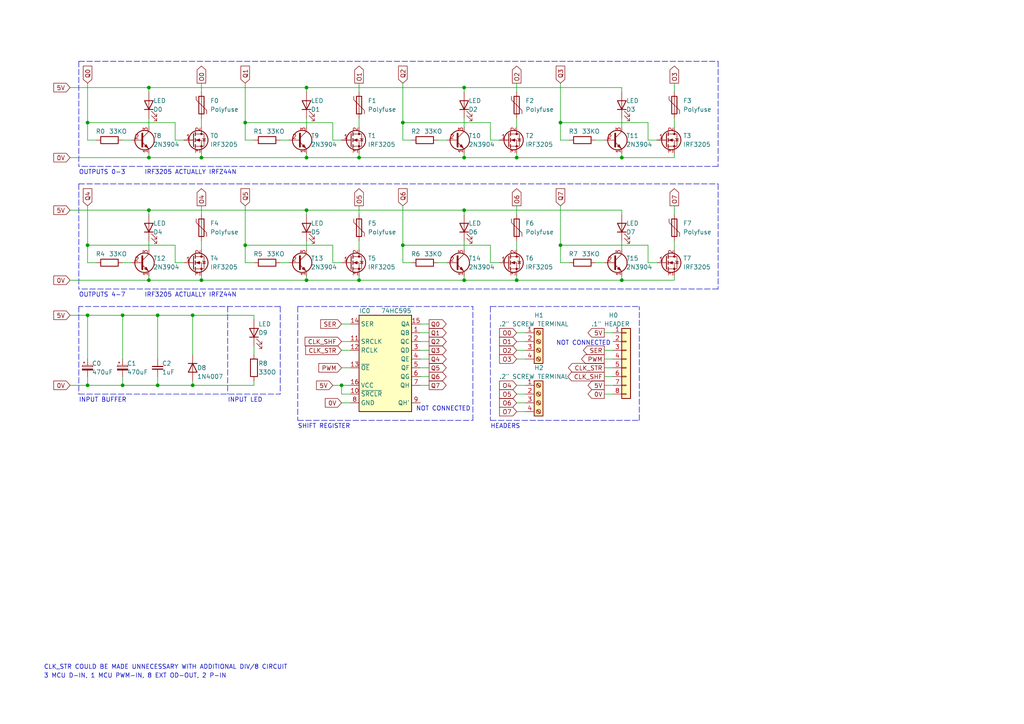
<source format=kicad_sch>
(kicad_sch (version 20211123) (generator eeschema)

  (uuid e63e39d7-6ac0-4ffd-8aa3-1841a4541b55)

  (paper "A4")

  (lib_symbols
    (symbol "74xx:74HC595" (in_bom yes) (on_board yes)
      (property "Reference" "IC0" (id 0) (at -7.62 13.97 0)
        (effects (font (size 1.27 1.27)) (justify left))
      )
      (property "Value" "74HC595" (id 1) (at -1.27 13.97 0)
        (effects (font (size 1.27 1.27)) (justify left))
      )
      (property "Footprint" "MW:DIP-16_W7.62mm_Short" (id 2) (at 0 0 0)
        (effects (font (size 1.27 1.27)) hide)
      )
      (property "Datasheet" "http://www.ti.com/lit/ds/symlink/sn74hc595.pdf" (id 3) (at 0 0 0)
        (effects (font (size 1.27 1.27)) hide)
      )
      (property "ki_keywords" "HCMOS SR 3State" (id 4) (at 0 0 0)
        (effects (font (size 1.27 1.27)) hide)
      )
      (property "ki_description" "8-bit serial in/out Shift Register 3-State Outputs" (id 5) (at 0 0 0)
        (effects (font (size 1.27 1.27)) hide)
      )
      (property "ki_fp_filters" "DIP*W7.62mm* SOIC*3.9x9.9mm*P1.27mm* TSSOP*4.4x5mm*P0.65mm* SOIC*5.3x10.2mm*P1.27mm* SOIC*7.5x10.3mm*P1.27mm*" (id 6) (at 0 0 0)
        (effects (font (size 1.27 1.27)) hide)
      )
      (symbol "74HC595_1_0"
        (pin tri_state line (at 10.16 7.62 180) (length 2.54)
          (name "QB" (effects (font (size 1.27 1.27))))
          (number "1" (effects (font (size 1.27 1.27))))
        )
        (pin input line (at -10.16 -10.16 0) (length 2.54)
          (name "~{SRCLR}" (effects (font (size 1.27 1.27))))
          (number "10" (effects (font (size 1.27 1.27))))
        )
        (pin input line (at -10.16 5.08 0) (length 2.54)
          (name "SRCLK" (effects (font (size 1.27 1.27))))
          (number "11" (effects (font (size 1.27 1.27))))
        )
        (pin input line (at -10.16 2.54 0) (length 2.54)
          (name "RCLK" (effects (font (size 1.27 1.27))))
          (number "12" (effects (font (size 1.27 1.27))))
        )
        (pin input line (at -10.16 -2.54 0) (length 2.54)
          (name "~{OE}" (effects (font (size 1.27 1.27))))
          (number "13" (effects (font (size 1.27 1.27))))
        )
        (pin input line (at -10.16 10.16 0) (length 2.54)
          (name "SER" (effects (font (size 1.27 1.27))))
          (number "14" (effects (font (size 1.27 1.27))))
        )
        (pin tri_state line (at 10.16 10.16 180) (length 2.54)
          (name "QA" (effects (font (size 1.27 1.27))))
          (number "15" (effects (font (size 1.27 1.27))))
        )
        (pin power_in line (at -10.16 -7.62 0) (length 2.54)
          (name "VCC" (effects (font (size 1.27 1.27))))
          (number "16" (effects (font (size 1.27 1.27))))
        )
        (pin tri_state line (at 10.16 5.08 180) (length 2.54)
          (name "QC" (effects (font (size 1.27 1.27))))
          (number "2" (effects (font (size 1.27 1.27))))
        )
        (pin tri_state line (at 10.16 2.54 180) (length 2.54)
          (name "QD" (effects (font (size 1.27 1.27))))
          (number "3" (effects (font (size 1.27 1.27))))
        )
        (pin tri_state line (at 10.16 0 180) (length 2.54)
          (name "QE" (effects (font (size 1.27 1.27))))
          (number "4" (effects (font (size 1.27 1.27))))
        )
        (pin tri_state line (at 10.16 -2.54 180) (length 2.54)
          (name "QF" (effects (font (size 1.27 1.27))))
          (number "5" (effects (font (size 1.27 1.27))))
        )
        (pin tri_state line (at 10.16 -5.08 180) (length 2.54)
          (name "QG" (effects (font (size 1.27 1.27))))
          (number "6" (effects (font (size 1.27 1.27))))
        )
        (pin tri_state line (at 10.16 -7.62 180) (length 2.54)
          (name "QH" (effects (font (size 1.27 1.27))))
          (number "7" (effects (font (size 1.27 1.27))))
        )
        (pin power_in line (at -10.16 -12.7 0) (length 2.54)
          (name "GND" (effects (font (size 1.27 1.27))))
          (number "8" (effects (font (size 1.27 1.27))))
        )
        (pin output line (at 10.16 -12.7 180) (length 2.54)
          (name "QH'" (effects (font (size 1.27 1.27))))
          (number "9" (effects (font (size 1.27 1.27))))
        )
      )
      (symbol "74HC595_1_1"
        (rectangle (start -7.62 12.7) (end 7.62 -15.24)
          (stroke (width 0.254) (type default) (color 0 0 0 0))
          (fill (type background))
        )
      )
    )
    (symbol "C_Small_1" (pin_numbers hide) (pin_names (offset 0.254) hide) (in_bom yes) (on_board yes)
      (property "Reference" "C?" (id 0) (at 2.54 -1.2762 0)
        (effects (font (size 1.27 1.27)) (justify left))
      )
      (property "Value" "C_Small" (id 1) (at 2.54 -3.81 0)
        (effects (font (size 1.27 1.27)) (justify left))
      )
      (property "Footprint" "" (id 2) (at 0 -2.54 0)
        (effects (font (size 1.27 1.27)) hide)
      )
      (property "Datasheet" "~" (id 3) (at 0 -2.54 0)
        (effects (font (size 1.27 1.27)) hide)
      )
      (property "ki_keywords" "capacitor cap" (id 4) (at 0 0 0)
        (effects (font (size 1.27 1.27)) hide)
      )
      (property "ki_description" "Unpolarized capacitor, small symbol" (id 5) (at 0 0 0)
        (effects (font (size 1.27 1.27)) hide)
      )
      (property "ki_fp_filters" "C_*" (id 6) (at 0 0 0)
        (effects (font (size 1.27 1.27)) hide)
      )
      (symbol "C_Small_1_0_1"
        (polyline
          (pts
            (xy -1.524 -2.921)
            (xy 1.524 -2.921)
          )
          (stroke (width 0.3302) (type default) (color 0 0 0 0))
          (fill (type none))
        )
        (polyline
          (pts
            (xy -1.524 -2.159)
            (xy 1.524 -2.159)
          )
          (stroke (width 0.3048) (type default) (color 0 0 0 0))
          (fill (type none))
        )
      )
      (symbol "C_Small_1_1_1"
        (pin passive line (at 0 0 270) (length 2.032)
          (name "~" (effects (font (size 1.27 1.27))))
          (number "1" (effects (font (size 1.27 1.27))))
        )
        (pin passive line (at 0 -5.08 90) (length 2.032)
          (name "~" (effects (font (size 1.27 1.27))))
          (number "2" (effects (font (size 1.27 1.27))))
        )
      )
    )
    (symbol "Connector_Generic:Conn_01x08" (pin_names (offset 1.016) hide) (in_bom yes) (on_board yes)
      (property "Reference" "H0" (id 0) (at -1.27 12.7 0)
        (effects (font (size 1.27 1.27)) (justify left))
      )
      (property "Value" ".1\" HEADER" (id 1) (at -6.35 10.16 0)
        (effects (font (size 1.27 1.27)) (justify left))
      )
      (property "Footprint" "MW:H_1x8_P.1in" (id 2) (at 0 0 0)
        (effects (font (size 1.27 1.27)) hide)
      )
      (property "Datasheet" "~" (id 3) (at 0 0 0)
        (effects (font (size 1.27 1.27)) hide)
      )
      (property "ki_keywords" "connector" (id 4) (at 0 0 0)
        (effects (font (size 1.27 1.27)) hide)
      )
      (property "ki_description" "Generic connector, single row, 01x08, script generated (kicad-library-utils/schlib/autogen/connector/)" (id 5) (at 0 0 0)
        (effects (font (size 1.27 1.27)) hide)
      )
      (property "ki_fp_filters" "Connector*:*_1x??_*" (id 6) (at 0 0 0)
        (effects (font (size 1.27 1.27)) hide)
      )
      (symbol "Conn_01x08_1_1"
        (rectangle (start -1.27 -10.033) (end 0 -10.287)
          (stroke (width 0.1524) (type default) (color 0 0 0 0))
          (fill (type none))
        )
        (rectangle (start -1.27 -7.493) (end 0 -7.747)
          (stroke (width 0.1524) (type default) (color 0 0 0 0))
          (fill (type none))
        )
        (rectangle (start -1.27 -4.953) (end 0 -5.207)
          (stroke (width 0.1524) (type default) (color 0 0 0 0))
          (fill (type none))
        )
        (rectangle (start -1.27 -2.413) (end 0 -2.667)
          (stroke (width 0.1524) (type default) (color 0 0 0 0))
          (fill (type none))
        )
        (rectangle (start -1.27 0.127) (end 0 -0.127)
          (stroke (width 0.1524) (type default) (color 0 0 0 0))
          (fill (type none))
        )
        (rectangle (start -1.27 2.667) (end 0 2.413)
          (stroke (width 0.1524) (type default) (color 0 0 0 0))
          (fill (type none))
        )
        (rectangle (start -1.27 5.207) (end 0 4.953)
          (stroke (width 0.1524) (type default) (color 0 0 0 0))
          (fill (type none))
        )
        (rectangle (start -1.27 7.747) (end 0 7.493)
          (stroke (width 0.1524) (type default) (color 0 0 0 0))
          (fill (type none))
        )
        (rectangle (start -1.27 8.89) (end 1.27 -11.43)
          (stroke (width 0.254) (type default) (color 0 0 0 0))
          (fill (type background))
        )
        (pin passive line (at -3.81 7.62 0) (length 2.54)
          (name "Pin_1" (effects (font (size 1.27 1.27))))
          (number "1" (effects (font (size 1.27 1.27))))
        )
        (pin passive line (at -3.81 5.08 0) (length 2.54)
          (name "Pin_2" (effects (font (size 1.27 1.27))))
          (number "2" (effects (font (size 1.27 1.27))))
        )
        (pin passive line (at -3.81 2.54 0) (length 2.54)
          (name "Pin_3" (effects (font (size 1.27 1.27))))
          (number "3" (effects (font (size 1.27 1.27))))
        )
        (pin passive line (at -3.81 0 0) (length 2.54)
          (name "Pin_4" (effects (font (size 1.27 1.27))))
          (number "4" (effects (font (size 1.27 1.27))))
        )
        (pin passive line (at -3.81 -2.54 0) (length 2.54)
          (name "Pin_5" (effects (font (size 1.27 1.27))))
          (number "5" (effects (font (size 1.27 1.27))))
        )
        (pin passive line (at -3.81 -5.08 0) (length 2.54)
          (name "Pin_6" (effects (font (size 1.27 1.27))))
          (number "6" (effects (font (size 1.27 1.27))))
        )
        (pin passive line (at -3.81 -7.62 0) (length 2.54)
          (name "Pin_7" (effects (font (size 1.27 1.27))))
          (number "7" (effects (font (size 1.27 1.27))))
        )
        (pin passive line (at -3.81 -10.16 0) (length 2.54)
          (name "Pin_8" (effects (font (size 1.27 1.27))))
          (number "8" (effects (font (size 1.27 1.27))))
        )
      )
    )
    (symbol "Device:C_Polarized_Small" (pin_numbers hide) (pin_names (offset 0.254) hide) (in_bom yes) (on_board yes)
      (property "Reference" "C?" (id 0) (at 2.54 1.8162 0)
        (effects (font (size 1.27 1.27)) (justify left))
      )
      (property "Value" "C" (id 1) (at 2.54 -0.7238 0)
        (effects (font (size 1.27 1.27)) (justify left))
      )
      (property "Footprint" "" (id 2) (at 0 -2.54 0)
        (effects (font (size 1.27 1.27)) hide)
      )
      (property "Datasheet" "~" (id 3) (at 0 -2.54 0)
        (effects (font (size 1.27 1.27)) hide)
      )
      (property "ki_keywords" "cap capacitor" (id 4) (at 0 0 0)
        (effects (font (size 1.27 1.27)) hide)
      )
      (property "ki_description" "Polarized capacitor, small symbol" (id 5) (at 0 0 0)
        (effects (font (size 1.27 1.27)) hide)
      )
      (property "ki_fp_filters" "CP_*" (id 6) (at 0 0 0)
        (effects (font (size 1.27 1.27)) hide)
      )
      (symbol "C_Polarized_Small_0_1"
        (rectangle (start -1.524 -2.8448) (end 1.524 -3.2258)
          (stroke (width 0) (type default) (color 0 0 0 0))
          (fill (type outline))
        )
        (rectangle (start -1.524 -1.8542) (end 1.524 -2.2352)
          (stroke (width 0) (type default) (color 0 0 0 0))
          (fill (type none))
        )
        (polyline
          (pts
            (xy -1.27 -1.016)
            (xy -0.762 -1.016)
          )
          (stroke (width 0) (type default) (color 0 0 0 0))
          (fill (type none))
        )
        (polyline
          (pts
            (xy -1.016 -1.27)
            (xy -1.016 -0.762)
          )
          (stroke (width 0) (type default) (color 0 0 0 0))
          (fill (type none))
        )
      )
      (symbol "C_Polarized_Small_1_1"
        (pin passive line (at 0 0 270) (length 1.8542)
          (name "~" (effects (font (size 1.27 1.27))))
          (number "1" (effects (font (size 1.27 1.27))))
        )
        (pin passive line (at 0 -5.08 90) (length 1.8542)
          (name "~" (effects (font (size 1.27 1.27))))
          (number "2" (effects (font (size 1.27 1.27))))
        )
      )
    )
    (symbol "Device:LED" (pin_numbers hide) (pin_names (offset 1.016) hide) (in_bom yes) (on_board yes)
      (property "Reference" "D?" (id 0) (at 0.3174 3.81 90)
        (effects (font (size 1.27 1.27)) (justify right))
      )
      (property "Value" "LED" (id 1) (at 2.8574 3.81 90)
        (effects (font (size 1.27 1.27)) (justify right))
      )
      (property "Footprint" "" (id 2) (at 0 0 0)
        (effects (font (size 1.27 1.27)) hide)
      )
      (property "Datasheet" "~" (id 3) (at 0 0 0)
        (effects (font (size 1.27 1.27)) hide)
      )
      (property "ki_keywords" "LED diode" (id 4) (at 0 0 0)
        (effects (font (size 1.27 1.27)) hide)
      )
      (property "ki_description" "Light emitting diode" (id 5) (at 0 0 0)
        (effects (font (size 1.27 1.27)) hide)
      )
      (property "ki_fp_filters" "LED* LED_SMD:* LED_THT:*" (id 6) (at 0 0 0)
        (effects (font (size 1.27 1.27)) hide)
      )
      (symbol "LED_0_1"
        (polyline
          (pts
            (xy -1.27 -1.27)
            (xy -1.27 1.27)
          )
          (stroke (width 0.254) (type default) (color 0 0 0 0))
          (fill (type none))
        )
        (polyline
          (pts
            (xy -1.27 0)
            (xy 1.27 0)
          )
          (stroke (width 0) (type default) (color 0 0 0 0))
          (fill (type none))
        )
        (polyline
          (pts
            (xy 1.27 -1.27)
            (xy 1.27 1.27)
            (xy -1.27 0)
            (xy 1.27 -1.27)
          )
          (stroke (width 0.254) (type default) (color 0 0 0 0))
          (fill (type none))
        )
        (polyline
          (pts
            (xy -3.048 -0.762)
            (xy -4.572 -2.286)
            (xy -3.81 -2.286)
            (xy -4.572 -2.286)
            (xy -4.572 -1.524)
          )
          (stroke (width 0) (type default) (color 0 0 0 0))
          (fill (type none))
        )
        (polyline
          (pts
            (xy -1.778 -0.762)
            (xy -3.302 -2.286)
            (xy -2.54 -2.286)
            (xy -3.302 -2.286)
            (xy -3.302 -1.524)
          )
          (stroke (width 0) (type default) (color 0 0 0 0))
          (fill (type none))
        )
      )
      (symbol "LED_1_1"
        (pin passive line (at -3.81 0 0) (length 2.54)
          (name "K" (effects (font (size 1.27 1.27))))
          (number "1" (effects (font (size 1.27 1.27))))
        )
        (pin passive line (at 3.81 0 180) (length 2.54)
          (name "A" (effects (font (size 1.27 1.27))))
          (number "2" (effects (font (size 1.27 1.27))))
        )
      )
    )
    (symbol "Device:Polyfuse" (pin_numbers hide) (pin_names (offset 0)) (in_bom yes) (on_board yes)
      (property "Reference" "F" (id 0) (at -2.54 0 90)
        (effects (font (size 1.27 1.27)))
      )
      (property "Value" "Polyfuse" (id 1) (at 2.54 0 90)
        (effects (font (size 1.27 1.27)))
      )
      (property "Footprint" "" (id 2) (at 1.27 -5.08 0)
        (effects (font (size 1.27 1.27)) (justify left) hide)
      )
      (property "Datasheet" "~" (id 3) (at 0 0 0)
        (effects (font (size 1.27 1.27)) hide)
      )
      (property "ki_keywords" "resettable fuse PTC PPTC polyfuse polyswitch" (id 4) (at 0 0 0)
        (effects (font (size 1.27 1.27)) hide)
      )
      (property "ki_description" "Resettable fuse, polymeric positive temperature coefficient" (id 5) (at 0 0 0)
        (effects (font (size 1.27 1.27)) hide)
      )
      (property "ki_fp_filters" "*polyfuse* *PTC*" (id 6) (at 0 0 0)
        (effects (font (size 1.27 1.27)) hide)
      )
      (symbol "Polyfuse_0_1"
        (rectangle (start -0.762 2.54) (end 0.762 -2.54)
          (stroke (width 0.254) (type default) (color 0 0 0 0))
          (fill (type none))
        )
        (polyline
          (pts
            (xy 0 2.54)
            (xy 0 -2.54)
          )
          (stroke (width 0) (type default) (color 0 0 0 0))
          (fill (type none))
        )
        (polyline
          (pts
            (xy -1.524 2.54)
            (xy -1.524 1.524)
            (xy 1.524 -1.524)
            (xy 1.524 -2.54)
          )
          (stroke (width 0) (type default) (color 0 0 0 0))
          (fill (type none))
        )
      )
      (symbol "Polyfuse_1_1"
        (pin passive line (at 0 3.81 270) (length 1.27)
          (name "~" (effects (font (size 1.27 1.27))))
          (number "1" (effects (font (size 1.27 1.27))))
        )
        (pin passive line (at 0 -3.81 90) (length 1.27)
          (name "~" (effects (font (size 1.27 1.27))))
          (number "2" (effects (font (size 1.27 1.27))))
        )
      )
    )
    (symbol "Device:R" (pin_numbers hide) (pin_names (offset 0)) (in_bom yes) (on_board yes)
      (property "Reference" "R" (id 0) (at 2.032 0 90)
        (effects (font (size 1.27 1.27)))
      )
      (property "Value" "R" (id 1) (at 0 0 90)
        (effects (font (size 1.27 1.27)))
      )
      (property "Footprint" "" (id 2) (at -1.778 0 90)
        (effects (font (size 1.27 1.27)) hide)
      )
      (property "Datasheet" "~" (id 3) (at 0 0 0)
        (effects (font (size 1.27 1.27)) hide)
      )
      (property "ki_keywords" "R res resistor" (id 4) (at 0 0 0)
        (effects (font (size 1.27 1.27)) hide)
      )
      (property "ki_description" "Resistor" (id 5) (at 0 0 0)
        (effects (font (size 1.27 1.27)) hide)
      )
      (property "ki_fp_filters" "R_*" (id 6) (at 0 0 0)
        (effects (font (size 1.27 1.27)) hide)
      )
      (symbol "R_0_1"
        (rectangle (start -1.016 -2.54) (end 1.016 2.54)
          (stroke (width 0.254) (type default) (color 0 0 0 0))
          (fill (type none))
        )
      )
      (symbol "R_1_1"
        (pin passive line (at 0 3.81 270) (length 1.27)
          (name "~" (effects (font (size 1.27 1.27))))
          (number "1" (effects (font (size 1.27 1.27))))
        )
        (pin passive line (at 0 -3.81 90) (length 1.27)
          (name "~" (effects (font (size 1.27 1.27))))
          (number "2" (effects (font (size 1.27 1.27))))
        )
      )
    )
    (symbol "Diode:1N4007" (pin_numbers hide) (pin_names (offset 1.016) hide) (in_bom yes) (on_board yes)
      (property "Reference" "D?" (id 0) (at 6.35 1.2701 90)
        (effects (font (size 1.27 1.27)) (justify left))
      )
      (property "Value" "1N4007" (id 1) (at 4.445 1.27 90)
        (effects (font (size 1.27 1.27)) (justify left))
      )
      (property "Footprint" "Diode_THT:D_DO-41_SOD81_P10.16mm_Horizontal" (id 2) (at -3.81 8.89 0)
        (effects (font (size 1.27 1.27)) hide)
      )
      (property "Datasheet" "http://www.vishay.com/docs/88503/1n4001.pdf" (id 3) (at 0 6.985 0)
        (effects (font (size 1.27 1.27)) hide)
      )
      (property "ki_keywords" "diode" (id 4) (at 0 0 0)
        (effects (font (size 1.27 1.27)) hide)
      )
      (property "ki_description" "1000V 1A General Purpose Rectifier Diode, DO-41" (id 5) (at 0 0 0)
        (effects (font (size 1.27 1.27)) hide)
      )
      (property "ki_fp_filters" "D*DO?41*" (id 6) (at 0 0 0)
        (effects (font (size 1.27 1.27)) hide)
      )
      (symbol "1N4007_0_1"
        (polyline
          (pts
            (xy 2.54 1.27)
            (xy 2.54 -1.27)
          )
          (stroke (width 0.254) (type default) (color 0 0 0 0))
          (fill (type none))
        )
        (polyline
          (pts
            (xy 5.08 0)
            (xy 2.54 0)
          )
          (stroke (width 0) (type default) (color 0 0 0 0))
          (fill (type none))
        )
        (polyline
          (pts
            (xy 5.08 1.27)
            (xy 5.08 -1.27)
            (xy 2.54 0)
            (xy 5.08 1.27)
          )
          (stroke (width 0.254) (type default) (color 0 0 0 0))
          (fill (type none))
        )
      )
      (symbol "1N4007_1_1"
        (pin passive line (at 0 0 0) (length 2.54)
          (name "K" (effects (font (size 1.27 1.27))))
          (number "1" (effects (font (size 1.27 1.27))))
        )
        (pin passive line (at 7.62 0 180) (length 2.54)
          (name "A" (effects (font (size 1.27 1.27))))
          (number "2" (effects (font (size 1.27 1.27))))
        )
      )
    )
    (symbol "IRF3205_1" (pin_names hide) (in_bom yes) (on_board yes)
      (property "Reference" "T4" (id 0) (at 5.08 1.27 0)
        (effects (font (size 1.27 1.27)) (justify left))
      )
      (property "Value" "IRF3205_1" (id 1) (at 5.08 -1.27 0)
        (effects (font (size 1.27 1.27)) (justify left))
      )
      (property "Footprint" "MW:TO-220-3_Horizontal_TabDown" (id 2) (at 6.35 -1.905 0)
        (effects (font (size 1.27 1.27) italic) (justify left) hide)
      )
      (property "Datasheet" "http://www.irf.com/product-info/datasheets/data/irf3205.pdf" (id 3) (at 0 0 0)
        (effects (font (size 1.27 1.27)) (justify left) hide)
      )
      (property "ki_keywords" "Single N-Channel HEXFET Power MOSFET" (id 4) (at 0 0 0)
        (effects (font (size 1.27 1.27)) hide)
      )
      (property "ki_description" "110A Id, 55V Vds, Single N-Channel HEXFET Power MOSFET, 8mOhm Ron, TO-220AB" (id 5) (at 0 0 0)
        (effects (font (size 1.27 1.27)) hide)
      )
      (property "ki_fp_filters" "TO?220*" (id 6) (at 0 0 0)
        (effects (font (size 1.27 1.27)) hide)
      )
      (symbol "IRF3205_1_0_1"
        (polyline
          (pts
            (xy 0.254 0)
            (xy -2.54 0)
          )
          (stroke (width 0) (type default) (color 0 0 0 0))
          (fill (type none))
        )
        (polyline
          (pts
            (xy 0.254 1.905)
            (xy 0.254 -1.905)
          )
          (stroke (width 0.254) (type default) (color 0 0 0 0))
          (fill (type none))
        )
        (polyline
          (pts
            (xy 0.762 -1.27)
            (xy 0.762 -2.286)
          )
          (stroke (width 0.254) (type default) (color 0 0 0 0))
          (fill (type none))
        )
        (polyline
          (pts
            (xy 0.762 0.508)
            (xy 0.762 -0.508)
          )
          (stroke (width 0.254) (type default) (color 0 0 0 0))
          (fill (type none))
        )
        (polyline
          (pts
            (xy 0.762 2.286)
            (xy 0.762 1.27)
          )
          (stroke (width 0.254) (type default) (color 0 0 0 0))
          (fill (type none))
        )
        (polyline
          (pts
            (xy 2.54 2.54)
            (xy 2.54 1.778)
          )
          (stroke (width 0) (type default) (color 0 0 0 0))
          (fill (type none))
        )
        (polyline
          (pts
            (xy 2.54 -2.54)
            (xy 2.54 0)
            (xy 0.762 0)
          )
          (stroke (width 0) (type default) (color 0 0 0 0))
          (fill (type none))
        )
        (polyline
          (pts
            (xy 0.762 -1.778)
            (xy 3.302 -1.778)
            (xy 3.302 1.778)
            (xy 0.762 1.778)
          )
          (stroke (width 0) (type default) (color 0 0 0 0))
          (fill (type none))
        )
        (polyline
          (pts
            (xy 1.016 0)
            (xy 2.032 0.381)
            (xy 2.032 -0.381)
            (xy 1.016 0)
          )
          (stroke (width 0) (type default) (color 0 0 0 0))
          (fill (type outline))
        )
        (polyline
          (pts
            (xy 2.794 0.508)
            (xy 2.921 0.381)
            (xy 3.683 0.381)
            (xy 3.81 0.254)
          )
          (stroke (width 0) (type default) (color 0 0 0 0))
          (fill (type none))
        )
        (polyline
          (pts
            (xy 3.302 0.381)
            (xy 2.921 -0.254)
            (xy 3.683 -0.254)
            (xy 3.302 0.381)
          )
          (stroke (width 0) (type default) (color 0 0 0 0))
          (fill (type none))
        )
        (circle (center 1.651 0) (radius 2.794)
          (stroke (width 0.254) (type default) (color 0 0 0 0))
          (fill (type none))
        )
        (circle (center 2.54 -1.778) (radius 0.254)
          (stroke (width 0) (type default) (color 0 0 0 0))
          (fill (type outline))
        )
        (circle (center 2.54 1.778) (radius 0.254)
          (stroke (width 0) (type default) (color 0 0 0 0))
          (fill (type outline))
        )
      )
      (symbol "IRF3205_1_1_1"
        (pin input line (at -2.54 0 0) (length 2.54)
          (name "G" (effects (font (size 1.27 1.27))))
          (number "1" (effects (font (size 1.27 1.27))))
        )
        (pin passive line (at 2.54 3.81 270) (length 1.27)
          (name "D" (effects (font (size 1.27 1.27))))
          (number "2" (effects (font (size 1.27 1.27))))
        )
        (pin passive line (at 2.54 -3.81 90) (length 1.27)
          (name "S" (effects (font (size 1.27 1.27))))
          (number "3" (effects (font (size 1.27 1.27))))
        )
      )
    )
    (symbol "Screw_Terminal_01x04_1" (pin_names (offset 1.016) hide) (in_bom yes) (on_board yes)
      (property "Reference" "H1" (id 0) (at -1.27 7.62 0)
        (effects (font (size 1.27 1.27)) (justify left))
      )
      (property "Value" "Screw_Terminal_01x04" (id 1) (at -11.43 5.08 0)
        (effects (font (size 1.27 1.27)) (justify left))
      )
      (property "Footprint" "MW:H_P.2in_4pin" (id 2) (at 0 0 0)
        (effects (font (size 1.27 1.27)) hide)
      )
      (property "Datasheet" "~" (id 3) (at 0 0 0)
        (effects (font (size 1.27 1.27)) hide)
      )
      (property "ki_keywords" "screw terminal" (id 4) (at 0 0 0)
        (effects (font (size 1.27 1.27)) hide)
      )
      (property "ki_description" "Generic screw terminal, single row, 01x04, script generated (kicad-library-utils/schlib/autogen/connector/)" (id 5) (at 0 0 0)
        (effects (font (size 1.27 1.27)) hide)
      )
      (property "ki_fp_filters" "TerminalBlock*:*" (id 6) (at 0 0 0)
        (effects (font (size 1.27 1.27)) hide)
      )
      (symbol "Screw_Terminal_01x04_1_1_1"
        (rectangle (start -1.27 3.81) (end 1.27 -6.35)
          (stroke (width 0.254) (type default) (color 0 0 0 0))
          (fill (type background))
        )
        (circle (center 0 -5.08) (radius 0.635)
          (stroke (width 0.1524) (type default) (color 0 0 0 0))
          (fill (type none))
        )
        (circle (center 0 -2.54) (radius 0.635)
          (stroke (width 0.1524) (type default) (color 0 0 0 0))
          (fill (type none))
        )
        (polyline
          (pts
            (xy -0.5334 -4.7498)
            (xy 0.3302 -5.588)
          )
          (stroke (width 0.1524) (type default) (color 0 0 0 0))
          (fill (type none))
        )
        (polyline
          (pts
            (xy -0.5334 -2.2098)
            (xy 0.3302 -3.048)
          )
          (stroke (width 0.1524) (type default) (color 0 0 0 0))
          (fill (type none))
        )
        (polyline
          (pts
            (xy -0.5334 0.3302)
            (xy 0.3302 -0.508)
          )
          (stroke (width 0.1524) (type default) (color 0 0 0 0))
          (fill (type none))
        )
        (polyline
          (pts
            (xy -0.5334 2.8702)
            (xy 0.3302 2.032)
          )
          (stroke (width 0.1524) (type default) (color 0 0 0 0))
          (fill (type none))
        )
        (polyline
          (pts
            (xy -0.3556 -4.572)
            (xy 0.508 -5.4102)
          )
          (stroke (width 0.1524) (type default) (color 0 0 0 0))
          (fill (type none))
        )
        (polyline
          (pts
            (xy -0.3556 -2.032)
            (xy 0.508 -2.8702)
          )
          (stroke (width 0.1524) (type default) (color 0 0 0 0))
          (fill (type none))
        )
        (polyline
          (pts
            (xy -0.3556 0.508)
            (xy 0.508 -0.3302)
          )
          (stroke (width 0.1524) (type default) (color 0 0 0 0))
          (fill (type none))
        )
        (polyline
          (pts
            (xy -0.3556 3.048)
            (xy 0.508 2.2098)
          )
          (stroke (width 0.1524) (type default) (color 0 0 0 0))
          (fill (type none))
        )
        (circle (center 0 0) (radius 0.635)
          (stroke (width 0.1524) (type default) (color 0 0 0 0))
          (fill (type none))
        )
        (circle (center 0 2.54) (radius 0.635)
          (stroke (width 0.1524) (type default) (color 0 0 0 0))
          (fill (type none))
        )
        (pin passive line (at -3.81 2.54 0) (length 2.54)
          (name "Pin_1" (effects (font (size 1.27 1.27))))
          (number "1" (effects (font (size 1.27 1.27))))
        )
        (pin passive line (at -3.81 0 0) (length 2.54)
          (name "Pin_2" (effects (font (size 1.27 1.27))))
          (number "2" (effects (font (size 1.27 1.27))))
        )
        (pin passive line (at -3.81 -2.54 0) (length 2.54)
          (name "Pin_3" (effects (font (size 1.27 1.27))))
          (number "3" (effects (font (size 1.27 1.27))))
        )
        (pin passive line (at -3.81 -5.08 0) (length 2.54)
          (name "Pin_4" (effects (font (size 1.27 1.27))))
          (number "4" (effects (font (size 1.27 1.27))))
        )
      )
    )
    (symbol "Transistor_BJT:2N3904" (pin_names (offset 0) hide) (in_bom yes) (on_board yes)
      (property "Reference" "T?" (id 0) (at 3.81 1.27 0)
        (effects (font (size 1.27 1.27)) (justify left))
      )
      (property "Value" "2N3904" (id 1) (at 3.81 -1.27 0)
        (effects (font (size 1.27 1.27)) (justify left))
      )
      (property "Footprint" "MW:TO-92L_Inline_Wide" (id 2) (at 5.08 -1.905 0)
        (effects (font (size 1.27 1.27) italic) (justify left) hide)
      )
      (property "Datasheet" "https://www.onsemi.com/pub/Collateral/2N3903-D.PDF" (id 3) (at 0 0 0)
        (effects (font (size 1.27 1.27)) (justify left) hide)
      )
      (property "ki_keywords" "NPN Transistor" (id 4) (at 0 0 0)
        (effects (font (size 1.27 1.27)) hide)
      )
      (property "ki_description" "0.2A Ic, 40V Vce, Small Signal NPN Transistor, TO-92" (id 5) (at 0 0 0)
        (effects (font (size 1.27 1.27)) hide)
      )
      (property "ki_fp_filters" "TO?92*" (id 6) (at 0 0 0)
        (effects (font (size 1.27 1.27)) hide)
      )
      (symbol "2N3904_0_1"
        (polyline
          (pts
            (xy 0.635 0.635)
            (xy 2.54 2.54)
          )
          (stroke (width 0) (type default) (color 0 0 0 0))
          (fill (type none))
        )
        (polyline
          (pts
            (xy 0.635 -0.635)
            (xy 2.54 -2.54)
            (xy 2.54 -2.54)
          )
          (stroke (width 0) (type default) (color 0 0 0 0))
          (fill (type none))
        )
        (polyline
          (pts
            (xy 0.635 1.905)
            (xy 0.635 -1.905)
            (xy 0.635 -1.905)
          )
          (stroke (width 0.508) (type default) (color 0 0 0 0))
          (fill (type none))
        )
        (polyline
          (pts
            (xy 1.27 -1.778)
            (xy 1.778 -1.27)
            (xy 2.286 -2.286)
            (xy 1.27 -1.778)
            (xy 1.27 -1.778)
          )
          (stroke (width 0) (type default) (color 0 0 0 0))
          (fill (type outline))
        )
        (circle (center 1.27 0) (radius 2.8194)
          (stroke (width 0.254) (type default) (color 0 0 0 0))
          (fill (type none))
        )
      )
      (symbol "2N3904_1_1"
        (pin passive line (at 2.54 -3.81 90) (length 1.27)
          (name "E" (effects (font (size 1.27 1.27))))
          (number "1" (effects (font (size 1.27 1.27))))
        )
        (pin passive line (at -2.54 0 0) (length 3.175)
          (name "B" (effects (font (size 1.27 1.27))))
          (number "2" (effects (font (size 1.27 1.27))))
        )
        (pin passive line (at 2.54 3.81 270) (length 1.27)
          (name "C" (effects (font (size 1.27 1.27))))
          (number "3" (effects (font (size 1.27 1.27))))
        )
      )
    )
  )

  (junction (at 116.84 71.12) (diameter 0) (color 0 0 0 0)
    (uuid 1af3c750-2939-4180-9eab-226b6e41b1ee)
  )
  (junction (at 180.34 81.28) (diameter 0) (color 0 0 0 0)
    (uuid 1f111476-64bb-4e87-9ac0-56a1becfbaa6)
  )
  (junction (at 25.4 71.12) (diameter 0) (color 0 0 0 0)
    (uuid 2176019a-c3c0-4b41-9d43-4e1d374d9e7e)
  )
  (junction (at 55.88 91.44) (diameter 0) (color 0 0 0 0)
    (uuid 39b4146e-1520-4e7a-9791-301a10874c2d)
  )
  (junction (at 45.72 111.76) (diameter 0) (color 0 0 0 0)
    (uuid 4759d909-899c-4b81-851f-4f942af2b8d8)
  )
  (junction (at 134.62 60.96) (diameter 0) (color 0 0 0 0)
    (uuid 4b5a7e86-be10-4796-9a55-9d7dc8be71ae)
  )
  (junction (at 43.18 45.72) (diameter 0) (color 0 0 0 0)
    (uuid 51cf8790-b5df-4c0f-bca3-7d83f5bfa38e)
  )
  (junction (at 25.4 111.76) (diameter 0) (color 0 0 0 0)
    (uuid 59025a34-712b-49d8-b2d8-ac2241d6b681)
  )
  (junction (at 55.88 111.76) (diameter 0) (color 0 0 0 0)
    (uuid 592d51c0-282e-448d-8f9e-65c8664d5bcc)
  )
  (junction (at 104.14 45.72) (diameter 0) (color 0 0 0 0)
    (uuid 5b5e45d2-bf57-4cca-9db9-9e51dc6f983f)
  )
  (junction (at 58.42 81.28) (diameter 0) (color 0 0 0 0)
    (uuid 616bc469-70b8-4f4f-b0c3-6d659e603220)
  )
  (junction (at 149.86 45.72) (diameter 0) (color 0 0 0 0)
    (uuid 67cd7440-58e3-415f-aa74-c6bcb2042423)
  )
  (junction (at 162.56 71.12) (diameter 0) (color 0 0 0 0)
    (uuid 6945386f-eb24-4a09-8aed-4abe739ec475)
  )
  (junction (at 45.72 91.44) (diameter 0) (color 0 0 0 0)
    (uuid 696bbc69-359f-475e-82c0-4494217aa070)
  )
  (junction (at 134.62 81.28) (diameter 0) (color 0 0 0 0)
    (uuid 6a65709c-326f-4372-86e9-44914fe46ba6)
  )
  (junction (at 88.9 81.28) (diameter 0) (color 0 0 0 0)
    (uuid 6f2ae9f0-adb8-4bec-b10e-b5cc602b2bfa)
  )
  (junction (at 43.18 25.4) (diameter 0) (color 0 0 0 0)
    (uuid 70cc5e16-58b7-4125-99f3-8612f903ba6d)
  )
  (junction (at 134.62 45.72) (diameter 0) (color 0 0 0 0)
    (uuid 7238046c-efb3-47d9-90f9-c4690953d74b)
  )
  (junction (at 162.56 35.56) (diameter 0) (color 0 0 0 0)
    (uuid 798070b0-a59c-4c32-b411-ac4e8af5fa82)
  )
  (junction (at 99.06 111.76) (diameter 0) (color 0 0 0 0)
    (uuid 7c5f451e-563d-4d39-80d1-9fad1a7ec0c8)
  )
  (junction (at 25.4 91.44) (diameter 0) (color 0 0 0 0)
    (uuid 90a7941e-55f9-4884-9c4d-0539d7fd7e7c)
  )
  (junction (at 35.56 91.44) (diameter 0) (color 0 0 0 0)
    (uuid 9b99e0ea-95b3-4efe-b746-c767d8b518ce)
  )
  (junction (at 149.86 81.28) (diameter 0) (color 0 0 0 0)
    (uuid b09fe7f6-bb63-443c-8ff3-e244b7e3d8b1)
  )
  (junction (at 134.62 25.4) (diameter 0) (color 0 0 0 0)
    (uuid b26ea94b-585a-46cd-9c89-07527d9558a1)
  )
  (junction (at 116.84 35.56) (diameter 0) (color 0 0 0 0)
    (uuid b7d24d2e-3480-44aa-8cf6-81350800cc2d)
  )
  (junction (at 104.14 81.28) (diameter 0) (color 0 0 0 0)
    (uuid ba62be7d-fd36-43bc-9660-4871f41b37a0)
  )
  (junction (at 58.42 45.72) (diameter 0) (color 0 0 0 0)
    (uuid c9c595af-017f-4f5c-9f94-3945025e5e1c)
  )
  (junction (at 71.12 71.12) (diameter 0) (color 0 0 0 0)
    (uuid d5cc426f-4b2b-4203-b7e4-45b2a16cee15)
  )
  (junction (at 88.9 25.4) (diameter 0) (color 0 0 0 0)
    (uuid da8e7ccc-ba39-4d0b-ad12-0d9bf387e422)
  )
  (junction (at 88.9 60.96) (diameter 0) (color 0 0 0 0)
    (uuid db467399-c850-413d-9d79-f80d7b39f5f5)
  )
  (junction (at 180.34 45.72) (diameter 0) (color 0 0 0 0)
    (uuid dc6de431-a455-410f-b1c9-4795588acf06)
  )
  (junction (at 25.4 35.56) (diameter 0) (color 0 0 0 0)
    (uuid df79850e-207f-47bb-a410-b03ff2c0ef00)
  )
  (junction (at 43.18 60.96) (diameter 0) (color 0 0 0 0)
    (uuid ed814ca3-1100-4023-8fd8-695663becc3b)
  )
  (junction (at 43.18 81.28) (diameter 0) (color 0 0 0 0)
    (uuid f3c99cfc-920f-4ce3-8970-ca4d210dae1c)
  )
  (junction (at 88.9 45.72) (diameter 0) (color 0 0 0 0)
    (uuid f4ec19aa-a30d-44ce-8f3a-2a60819e9717)
  )
  (junction (at 71.12 35.56) (diameter 0) (color 0 0 0 0)
    (uuid f98c6f0b-7938-4eb0-ba5f-aca90091537b)
  )
  (junction (at 35.56 111.76) (diameter 0) (color 0 0 0 0)
    (uuid fcea0795-0502-4bfc-8bf8-74d448207c73)
  )

  (wire (pts (xy 81.28 76.2) (xy 83.82 76.2))
    (stroke (width 0) (type default) (color 0 0 0 0))
    (uuid 00019dd0-d516-4d52-8608-86860f9fcce8)
  )
  (wire (pts (xy 73.66 40.64) (xy 71.12 40.64))
    (stroke (width 0) (type default) (color 0 0 0 0))
    (uuid 00700af1-40a1-4790-85f7-61f6716fff02)
  )
  (wire (pts (xy 149.86 81.28) (xy 180.34 81.28))
    (stroke (width 0) (type default) (color 0 0 0 0))
    (uuid 01402452-de37-422d-8e51-0e23eb457d1d)
  )
  (wire (pts (xy 162.56 24.13) (xy 162.56 35.56))
    (stroke (width 0) (type default) (color 0 0 0 0))
    (uuid 03617f1a-5bcf-4450-a384-335a197aeaae)
  )
  (wire (pts (xy 162.56 71.12) (xy 187.96 71.12))
    (stroke (width 0) (type default) (color 0 0 0 0))
    (uuid 03c871b5-7965-4124-8bbe-979879b2e7a3)
  )
  (wire (pts (xy 149.86 104.14) (xy 152.4 104.14))
    (stroke (width 0) (type default) (color 0 0 0 0))
    (uuid 04216201-d415-4da3-9f88-fe24876cea5b)
  )
  (wire (pts (xy 149.86 119.38) (xy 152.4 119.38))
    (stroke (width 0) (type default) (color 0 0 0 0))
    (uuid 06504fe6-302c-4103-95b6-21bebc4083d2)
  )
  (wire (pts (xy 116.84 40.64) (xy 116.84 35.56))
    (stroke (width 0) (type default) (color 0 0 0 0))
    (uuid 0975c10c-af84-48a7-9548-d522b4e9c0ed)
  )
  (wire (pts (xy 149.86 80.01) (xy 149.86 81.28))
    (stroke (width 0) (type default) (color 0 0 0 0))
    (uuid 0b180270-7508-4717-9b25-bcff5db9e8c5)
  )
  (wire (pts (xy 71.12 35.56) (xy 96.52 35.56))
    (stroke (width 0) (type default) (color 0 0 0 0))
    (uuid 0b2676e1-09dd-4c8a-9deb-4d87d56afbf8)
  )
  (wire (pts (xy 43.18 34.29) (xy 43.18 36.83))
    (stroke (width 0) (type default) (color 0 0 0 0))
    (uuid 0cfbc2a5-361c-4f19-8f16-61e67c47f0da)
  )
  (wire (pts (xy 71.12 59.69) (xy 71.12 71.12))
    (stroke (width 0) (type default) (color 0 0 0 0))
    (uuid 0e853107-5fbe-4197-b7c0-935265cb5cf4)
  )
  (polyline (pts (xy 142.24 121.92) (xy 185.42 121.92))
    (stroke (width 0) (type default) (color 0 0 0 0))
    (uuid 0ee6f2c0-f543-4b32-b751-aef79cbab710)
  )

  (wire (pts (xy 149.86 111.76) (xy 152.4 111.76))
    (stroke (width 0) (type default) (color 0 0 0 0))
    (uuid 0ef894d9-230b-4109-b9da-f41235c983d7)
  )
  (wire (pts (xy 73.66 92.71) (xy 73.66 91.44))
    (stroke (width 0) (type default) (color 0 0 0 0))
    (uuid 11863000-fe3a-4318-bace-cba717cc341e)
  )
  (wire (pts (xy 175.26 106.68) (xy 177.8 106.68))
    (stroke (width 0) (type default) (color 0 0 0 0))
    (uuid 128cfa78-128b-41a2-965d-70583626bc84)
  )
  (wire (pts (xy 180.34 80.01) (xy 180.34 81.28))
    (stroke (width 0) (type default) (color 0 0 0 0))
    (uuid 12f7d72c-9579-4f97-87b0-59a00a1bfa3b)
  )
  (wire (pts (xy 142.24 71.12) (xy 142.24 76.2))
    (stroke (width 0) (type default) (color 0 0 0 0))
    (uuid 137aec5f-db95-4654-8356-e008b1d8ee01)
  )
  (wire (pts (xy 180.34 44.45) (xy 180.34 45.72))
    (stroke (width 0) (type default) (color 0 0 0 0))
    (uuid 168aa3f4-7cb0-47fa-ac18-c8e4e48ae006)
  )
  (wire (pts (xy 195.58 81.28) (xy 180.34 81.28))
    (stroke (width 0) (type default) (color 0 0 0 0))
    (uuid 16b31e14-0eb0-4dd2-aebf-917809847880)
  )
  (wire (pts (xy 104.14 44.45) (xy 104.14 45.72))
    (stroke (width 0) (type default) (color 0 0 0 0))
    (uuid 1900b791-b8fb-4385-b9a9-ee9d8b5f5599)
  )
  (wire (pts (xy 45.72 91.44) (xy 45.72 104.14))
    (stroke (width 0) (type default) (color 0 0 0 0))
    (uuid 1c46d7ce-31bc-4b3c-945d-5ccdc5ff6e48)
  )
  (wire (pts (xy 142.24 76.2) (xy 144.78 76.2))
    (stroke (width 0) (type default) (color 0 0 0 0))
    (uuid 1c585324-c1f9-40c2-a8f6-f536560289a4)
  )
  (polyline (pts (xy 208.28 83.82) (xy 22.86 83.82))
    (stroke (width 0) (type default) (color 0 0 0 0))
    (uuid 1c5991b8-b6c7-4f63-8c6f-a78de43f2cd0)
  )

  (wire (pts (xy 71.12 76.2) (xy 71.12 71.12))
    (stroke (width 0) (type default) (color 0 0 0 0))
    (uuid 1d8a2c24-4afb-4602-8b69-36535c9b2c9c)
  )
  (polyline (pts (xy 86.36 88.9) (xy 86.36 121.92))
    (stroke (width 0) (type default) (color 0 0 0 0))
    (uuid 1dbe18ac-4aa7-42d5-8471-4c3dbb9c3d9b)
  )

  (wire (pts (xy 104.14 24.13) (xy 104.14 26.67))
    (stroke (width 0) (type default) (color 0 0 0 0))
    (uuid 1f27b27f-3cd3-4c0f-857a-171594b27d41)
  )
  (wire (pts (xy 180.34 62.23) (xy 180.34 60.96))
    (stroke (width 0) (type default) (color 0 0 0 0))
    (uuid 203ef983-0db2-42d7-aeed-9762a7dc96b9)
  )
  (wire (pts (xy 134.62 80.01) (xy 134.62 81.28))
    (stroke (width 0) (type default) (color 0 0 0 0))
    (uuid 2047cedd-1c93-475b-b155-79cf458de0b0)
  )
  (wire (pts (xy 124.46 111.76) (xy 121.92 111.76))
    (stroke (width 0) (type default) (color 0 0 0 0))
    (uuid 20d215f1-ed64-48d2-94f1-45aed03d4f84)
  )
  (wire (pts (xy 104.14 81.28) (xy 88.9 81.28))
    (stroke (width 0) (type default) (color 0 0 0 0))
    (uuid 23845dd5-1d40-4ad9-a7a4-4ad44837b88d)
  )
  (polyline (pts (xy 22.86 53.34) (xy 208.28 53.34))
    (stroke (width 0) (type default) (color 0 0 0 0))
    (uuid 23c1bdd2-66aa-4448-bc6d-61622223aefc)
  )

  (wire (pts (xy 43.18 25.4) (xy 88.9 25.4))
    (stroke (width 0) (type default) (color 0 0 0 0))
    (uuid 241c5323-fe74-4206-9051-d27cb1625fbc)
  )
  (wire (pts (xy 104.14 45.72) (xy 134.62 45.72))
    (stroke (width 0) (type default) (color 0 0 0 0))
    (uuid 242505ca-66fe-457f-9020-3e3a072065c5)
  )
  (wire (pts (xy 187.96 71.12) (xy 187.96 76.2))
    (stroke (width 0) (type default) (color 0 0 0 0))
    (uuid 25a1fbc9-6ecb-45d5-9d55-38cfdceb5fce)
  )
  (wire (pts (xy 58.42 24.13) (xy 58.42 26.67))
    (stroke (width 0) (type default) (color 0 0 0 0))
    (uuid 263ac30d-db79-46a0-aeba-7cf0058e08d0)
  )
  (wire (pts (xy 25.4 91.44) (xy 25.4 104.14))
    (stroke (width 0) (type default) (color 0 0 0 0))
    (uuid 270974b5-2de9-477b-9dcd-389970e346d3)
  )
  (wire (pts (xy 96.52 76.2) (xy 99.06 76.2))
    (stroke (width 0) (type default) (color 0 0 0 0))
    (uuid 2742590d-5157-4035-996c-7a31d64682e0)
  )
  (wire (pts (xy 175.26 104.14) (xy 177.8 104.14))
    (stroke (width 0) (type default) (color 0 0 0 0))
    (uuid 2927b47b-47f1-45cb-8006-a0bfd738b919)
  )
  (wire (pts (xy 88.9 26.67) (xy 88.9 25.4))
    (stroke (width 0) (type default) (color 0 0 0 0))
    (uuid 295a80a6-aa44-486d-a65a-1011ad36c7a1)
  )
  (wire (pts (xy 71.12 24.13) (xy 71.12 35.56))
    (stroke (width 0) (type default) (color 0 0 0 0))
    (uuid 2a0a7d14-a416-4ceb-ba5a-3cb12c4be550)
  )
  (wire (pts (xy 149.86 34.29) (xy 149.86 36.83))
    (stroke (width 0) (type default) (color 0 0 0 0))
    (uuid 2a11fa24-9bbd-4045-b52d-4a188cf0876b)
  )
  (wire (pts (xy 119.38 76.2) (xy 116.84 76.2))
    (stroke (width 0) (type default) (color 0 0 0 0))
    (uuid 2aa7b3f4-1524-4427-94d0-604ceed3b078)
  )
  (wire (pts (xy 104.14 69.85) (xy 104.14 72.39))
    (stroke (width 0) (type default) (color 0 0 0 0))
    (uuid 2af52336-abbb-452c-a51d-e270a823a373)
  )
  (wire (pts (xy 55.88 111.76) (xy 73.66 111.76))
    (stroke (width 0) (type default) (color 0 0 0 0))
    (uuid 2c95d583-d311-418f-96c2-1656a54bc689)
  )
  (wire (pts (xy 20.32 60.96) (xy 43.18 60.96))
    (stroke (width 0) (type default) (color 0 0 0 0))
    (uuid 2f50aca7-fb90-43d9-95e6-7f6ce8dc03e6)
  )
  (wire (pts (xy 124.46 96.52) (xy 121.92 96.52))
    (stroke (width 0) (type default) (color 0 0 0 0))
    (uuid 2ff53d93-4efa-45e3-9261-5c75c507c7ed)
  )
  (wire (pts (xy 175.26 111.76) (xy 177.8 111.76))
    (stroke (width 0) (type default) (color 0 0 0 0))
    (uuid 309349aa-b347-4230-962c-c82c49579513)
  )
  (wire (pts (xy 55.88 111.76) (xy 55.88 110.49))
    (stroke (width 0) (type default) (color 0 0 0 0))
    (uuid 32aa5593-f553-4316-b5bc-b102fca74a14)
  )
  (wire (pts (xy 58.42 81.28) (xy 88.9 81.28))
    (stroke (width 0) (type default) (color 0 0 0 0))
    (uuid 349f9a83-441c-4851-8a61-8d86e81241bd)
  )
  (wire (pts (xy 73.66 110.49) (xy 73.66 111.76))
    (stroke (width 0) (type default) (color 0 0 0 0))
    (uuid 36d4be8c-8aa7-4314-ace6-c9056004582e)
  )
  (wire (pts (xy 119.38 40.64) (xy 116.84 40.64))
    (stroke (width 0) (type default) (color 0 0 0 0))
    (uuid 38b604c2-8c3e-4f58-b57d-09c71efd3ecb)
  )
  (polyline (pts (xy 22.86 88.9) (xy 22.86 114.3))
    (stroke (width 0) (type default) (color 0 0 0 0))
    (uuid 38b92bb1-96d4-4b31-9e4e-493b9b649c0d)
  )

  (wire (pts (xy 96.52 71.12) (xy 96.52 76.2))
    (stroke (width 0) (type default) (color 0 0 0 0))
    (uuid 38d39f9a-b3dc-4eef-a57d-01c229e4688b)
  )
  (wire (pts (xy 88.9 25.4) (xy 134.62 25.4))
    (stroke (width 0) (type default) (color 0 0 0 0))
    (uuid 38ebe5cb-6bba-4fba-890b-ed7c1b97c30a)
  )
  (wire (pts (xy 134.62 26.67) (xy 134.62 25.4))
    (stroke (width 0) (type default) (color 0 0 0 0))
    (uuid 3a44a1ce-5800-4fdd-94cd-0042b9eb0807)
  )
  (wire (pts (xy 195.58 45.72) (xy 180.34 45.72))
    (stroke (width 0) (type default) (color 0 0 0 0))
    (uuid 3a5e68f8-64c1-4393-991f-7c7ec32bff55)
  )
  (wire (pts (xy 25.4 111.76) (xy 20.32 111.76))
    (stroke (width 0) (type default) (color 0 0 0 0))
    (uuid 3ade6109-65f1-4b18-a56f-dde3036f633c)
  )
  (wire (pts (xy 165.1 40.64) (xy 162.56 40.64))
    (stroke (width 0) (type default) (color 0 0 0 0))
    (uuid 3b2b119d-598d-4345-b4d8-b6e4486741f7)
  )
  (wire (pts (xy 195.58 69.85) (xy 195.58 72.39))
    (stroke (width 0) (type default) (color 0 0 0 0))
    (uuid 3b708e43-e24c-42d7-9df3-c4574860ca13)
  )
  (wire (pts (xy 43.18 26.67) (xy 43.18 25.4))
    (stroke (width 0) (type default) (color 0 0 0 0))
    (uuid 3fe47ff5-7b52-4767-b1d3-a9d3a154e322)
  )
  (polyline (pts (xy 22.86 17.78) (xy 208.28 17.78))
    (stroke (width 0) (type default) (color 0 0 0 0))
    (uuid 41128eba-99be-48db-8292-e6e38ac4d79d)
  )

  (wire (pts (xy 127 76.2) (xy 129.54 76.2))
    (stroke (width 0) (type default) (color 0 0 0 0))
    (uuid 418ace4d-a6d8-41ac-a8c8-b949db1f3ef9)
  )
  (wire (pts (xy 73.66 91.44) (xy 55.88 91.44))
    (stroke (width 0) (type default) (color 0 0 0 0))
    (uuid 42a4a931-abb7-43f6-8e6f-9b6f0e0f1ba8)
  )
  (wire (pts (xy 25.4 59.69) (xy 25.4 71.12))
    (stroke (width 0) (type default) (color 0 0 0 0))
    (uuid 43017cc8-fd3f-416c-be32-9c9aaac34253)
  )
  (wire (pts (xy 134.62 60.96) (xy 180.34 60.96))
    (stroke (width 0) (type default) (color 0 0 0 0))
    (uuid 4392ec2f-3eec-47ea-978d-f1725d990b74)
  )
  (wire (pts (xy 45.72 109.22) (xy 45.72 111.76))
    (stroke (width 0) (type default) (color 0 0 0 0))
    (uuid 43b0c404-72fd-4b3c-9cb4-5466d707c2d2)
  )
  (wire (pts (xy 149.86 45.72) (xy 134.62 45.72))
    (stroke (width 0) (type default) (color 0 0 0 0))
    (uuid 444ee0f3-28b5-49e3-9516-0d10ba451134)
  )
  (wire (pts (xy 180.34 34.29) (xy 180.34 36.83))
    (stroke (width 0) (type default) (color 0 0 0 0))
    (uuid 44abe0d5-c1bf-4dec-b053-f3e5ee3c542d)
  )
  (wire (pts (xy 35.56 91.44) (xy 35.56 104.14))
    (stroke (width 0) (type default) (color 0 0 0 0))
    (uuid 45b1e96f-0a5d-40ec-8a7d-7fbff087fb8f)
  )
  (polyline (pts (xy 142.24 88.9) (xy 142.24 121.92))
    (stroke (width 0) (type default) (color 0 0 0 0))
    (uuid 47713d88-8ddb-423d-9bfb-4de26b50fc49)
  )

  (wire (pts (xy 71.12 40.64) (xy 71.12 35.56))
    (stroke (width 0) (type default) (color 0 0 0 0))
    (uuid 4a9b80e8-b314-444b-8214-e2133bc36ee5)
  )
  (wire (pts (xy 149.86 116.84) (xy 152.4 116.84))
    (stroke (width 0) (type default) (color 0 0 0 0))
    (uuid 4ba352a7-21ff-46e4-9a89-b27726ae4384)
  )
  (wire (pts (xy 50.8 76.2) (xy 53.34 76.2))
    (stroke (width 0) (type default) (color 0 0 0 0))
    (uuid 4bed798d-ec61-45c7-bdd7-d46372ef66b4)
  )
  (wire (pts (xy 50.8 35.56) (xy 50.8 40.64))
    (stroke (width 0) (type default) (color 0 0 0 0))
    (uuid 4d684d72-b8f6-4c36-87fc-0cf97e1334d4)
  )
  (polyline (pts (xy 22.86 17.78) (xy 22.86 48.26))
    (stroke (width 0) (type default) (color 0 0 0 0))
    (uuid 4ea11be0-f9e0-482d-ad82-f72554e9a9c2)
  )

  (wire (pts (xy 96.52 35.56) (xy 96.52 40.64))
    (stroke (width 0) (type default) (color 0 0 0 0))
    (uuid 4f722ce7-dd35-4360-bbcf-1bfe992f75b6)
  )
  (wire (pts (xy 195.58 24.13) (xy 195.58 26.67))
    (stroke (width 0) (type default) (color 0 0 0 0))
    (uuid 51a558a1-0cf6-4e77-b5c9-138f16db15f2)
  )
  (wire (pts (xy 195.58 80.01) (xy 195.58 81.28))
    (stroke (width 0) (type default) (color 0 0 0 0))
    (uuid 52bbdd06-759d-4e31-99a1-35fa1a89042c)
  )
  (polyline (pts (xy 22.86 53.34) (xy 22.86 83.82))
    (stroke (width 0) (type default) (color 0 0 0 0))
    (uuid 52d303e5-7752-4fd7-9cf3-2f63e002d8a5)
  )

  (wire (pts (xy 71.12 71.12) (xy 96.52 71.12))
    (stroke (width 0) (type default) (color 0 0 0 0))
    (uuid 53a045a8-31cf-4e19-b7a0-9e24de263ffd)
  )
  (wire (pts (xy 43.18 62.23) (xy 43.18 60.96))
    (stroke (width 0) (type default) (color 0 0 0 0))
    (uuid 55bd7112-8661-45f1-b9d5-ba7b17c8dd0a)
  )
  (wire (pts (xy 165.1 76.2) (xy 162.56 76.2))
    (stroke (width 0) (type default) (color 0 0 0 0))
    (uuid 56b1ade2-2a01-4860-bca1-622fe822951d)
  )
  (wire (pts (xy 58.42 80.01) (xy 58.42 81.28))
    (stroke (width 0) (type default) (color 0 0 0 0))
    (uuid 581ec3e2-da83-41a2-adec-58062aa45c4b)
  )
  (wire (pts (xy 25.4 35.56) (xy 50.8 35.56))
    (stroke (width 0) (type default) (color 0 0 0 0))
    (uuid 5a865961-e0c3-49f1-a7ed-f775946d5da4)
  )
  (polyline (pts (xy 81.28 88.9) (xy 81.28 114.3))
    (stroke (width 0) (type default) (color 0 0 0 0))
    (uuid 5b9435af-8821-4046-8c2e-6b9559068959)
  )

  (wire (pts (xy 149.86 101.6) (xy 152.4 101.6))
    (stroke (width 0) (type default) (color 0 0 0 0))
    (uuid 5d15139b-3d28-404e-8bff-c446a2792a27)
  )
  (wire (pts (xy 35.56 109.22) (xy 35.56 111.76))
    (stroke (width 0) (type default) (color 0 0 0 0))
    (uuid 5eee8f13-7848-42f4-ae76-39497f405d99)
  )
  (wire (pts (xy 20.32 45.72) (xy 43.18 45.72))
    (stroke (width 0) (type default) (color 0 0 0 0))
    (uuid 5f3b60ac-c689-4fd6-af54-979a16099db6)
  )
  (wire (pts (xy 180.34 26.67) (xy 180.34 25.4))
    (stroke (width 0) (type default) (color 0 0 0 0))
    (uuid 62525508-c5fb-4d89-9929-8e96ad44699d)
  )
  (wire (pts (xy 81.28 40.64) (xy 83.82 40.64))
    (stroke (width 0) (type default) (color 0 0 0 0))
    (uuid 64ecac4f-18d5-4849-bb72-acb5611399ea)
  )
  (wire (pts (xy 73.66 100.33) (xy 73.66 102.87))
    (stroke (width 0) (type default) (color 0 0 0 0))
    (uuid 651cf88d-9b4b-419b-ae27-fe9eccb69eec)
  )
  (wire (pts (xy 25.4 76.2) (xy 25.4 71.12))
    (stroke (width 0) (type default) (color 0 0 0 0))
    (uuid 65426743-5fe4-4597-8fe8-829c3e68699d)
  )
  (wire (pts (xy 175.26 109.22) (xy 177.8 109.22))
    (stroke (width 0) (type default) (color 0 0 0 0))
    (uuid 659d2874-ea89-4f58-b053-97563a18148c)
  )
  (wire (pts (xy 43.18 69.85) (xy 43.18 72.39))
    (stroke (width 0) (type default) (color 0 0 0 0))
    (uuid 66b096cb-c3a4-4b70-9b27-fcd94a4b4e7c)
  )
  (wire (pts (xy 195.58 59.69) (xy 195.58 62.23))
    (stroke (width 0) (type default) (color 0 0 0 0))
    (uuid 672e5a69-e10c-41db-99ef-8344dd5ae2c7)
  )
  (wire (pts (xy 88.9 62.23) (xy 88.9 60.96))
    (stroke (width 0) (type default) (color 0 0 0 0))
    (uuid 678ef55f-5a15-45f5-ac31-7893eb4a908b)
  )
  (wire (pts (xy 116.84 35.56) (xy 142.24 35.56))
    (stroke (width 0) (type default) (color 0 0 0 0))
    (uuid 68a6468a-b816-428a-897e-fd0375b6c527)
  )
  (wire (pts (xy 50.8 40.64) (xy 53.34 40.64))
    (stroke (width 0) (type default) (color 0 0 0 0))
    (uuid 6b7005ab-e23e-44e1-bdfb-1bf047389846)
  )
  (wire (pts (xy 162.56 40.64) (xy 162.56 35.56))
    (stroke (width 0) (type default) (color 0 0 0 0))
    (uuid 6cdf19ce-ffa3-4448-8da3-23a36571781e)
  )
  (wire (pts (xy 175.26 96.52) (xy 177.8 96.52))
    (stroke (width 0) (type default) (color 0 0 0 0))
    (uuid 6cf89b96-67f4-450b-8369-b89d743436ea)
  )
  (wire (pts (xy 35.56 40.64) (xy 38.1 40.64))
    (stroke (width 0) (type default) (color 0 0 0 0))
    (uuid 6d9fdd31-d5c9-4d0c-8d60-e71a24b86620)
  )
  (wire (pts (xy 104.14 34.29) (xy 104.14 36.83))
    (stroke (width 0) (type default) (color 0 0 0 0))
    (uuid 6e65f3f9-333f-491f-adbb-55da7d02d439)
  )
  (wire (pts (xy 116.84 76.2) (xy 116.84 71.12))
    (stroke (width 0) (type default) (color 0 0 0 0))
    (uuid 73283981-c4eb-42d6-9ea6-706530f7cf52)
  )
  (wire (pts (xy 88.9 69.85) (xy 88.9 72.39))
    (stroke (width 0) (type default) (color 0 0 0 0))
    (uuid 73c9576a-3a67-41d7-9b78-8e931790c0ac)
  )
  (polyline (pts (xy 137.16 121.92) (xy 137.16 88.9))
    (stroke (width 0) (type default) (color 0 0 0 0))
    (uuid 771d2a55-7d83-47ca-8a2f-5ed8546617d0)
  )
  (polyline (pts (xy 142.24 88.9) (xy 185.42 88.9))
    (stroke (width 0) (type default) (color 0 0 0 0))
    (uuid 7803a0ea-b6d3-457b-b195-42c8dc80b579)
  )

  (wire (pts (xy 124.46 104.14) (xy 121.92 104.14))
    (stroke (width 0) (type default) (color 0 0 0 0))
    (uuid 786fc563-6cb0-412e-a556-cdf8cdd13ba8)
  )
  (wire (pts (xy 45.72 91.44) (xy 55.88 91.44))
    (stroke (width 0) (type default) (color 0 0 0 0))
    (uuid 78b2e642-8569-40a9-9715-6c7222563564)
  )
  (wire (pts (xy 124.46 93.98) (xy 121.92 93.98))
    (stroke (width 0) (type default) (color 0 0 0 0))
    (uuid 7abdee22-130a-43bc-91f1-567c79d47330)
  )
  (wire (pts (xy 149.86 81.28) (xy 134.62 81.28))
    (stroke (width 0) (type default) (color 0 0 0 0))
    (uuid 7b0e38b2-8df6-434f-9e27-ef007cef451f)
  )
  (polyline (pts (xy 66.04 88.9) (xy 66.04 114.3))
    (stroke (width 0) (type default) (color 0 0 0 0))
    (uuid 7dfc298b-ef92-41ab-ba4a-b7042ef7122e)
  )

  (wire (pts (xy 142.24 40.64) (xy 144.78 40.64))
    (stroke (width 0) (type default) (color 0 0 0 0))
    (uuid 7f953db1-29a5-47a7-995c-3054391f0deb)
  )
  (wire (pts (xy 96.52 40.64) (xy 99.06 40.64))
    (stroke (width 0) (type default) (color 0 0 0 0))
    (uuid 8161f1a1-8138-4063-a2e9-7bb81f7cfff0)
  )
  (wire (pts (xy 187.96 35.56) (xy 187.96 40.64))
    (stroke (width 0) (type default) (color 0 0 0 0))
    (uuid 829fdfed-0d20-4f01-931e-f8060b97b960)
  )
  (wire (pts (xy 99.06 99.06) (xy 101.6 99.06))
    (stroke (width 0) (type default) (color 0 0 0 0))
    (uuid 82b0a0be-0dcf-4188-9f16-8c0c64bb6c1b)
  )
  (wire (pts (xy 35.56 111.76) (xy 25.4 111.76))
    (stroke (width 0) (type default) (color 0 0 0 0))
    (uuid 854bd421-05fb-4fe0-a9c6-6a1f4055c0c3)
  )
  (polyline (pts (xy 81.28 88.9) (xy 22.86 88.9))
    (stroke (width 0) (type default) (color 0 0 0 0))
    (uuid 8657cf61-a54f-48dc-884f-a572e0fd5eda)
  )

  (wire (pts (xy 99.06 116.84) (xy 101.6 116.84))
    (stroke (width 0) (type default) (color 0 0 0 0))
    (uuid 86e6f3e5-9dfb-4315-8bad-44dbb59964aa)
  )
  (wire (pts (xy 116.84 59.69) (xy 116.84 71.12))
    (stroke (width 0) (type default) (color 0 0 0 0))
    (uuid 8774028b-5c83-4e29-9ac3-27f13fd9f395)
  )
  (wire (pts (xy 124.46 106.68) (xy 121.92 106.68))
    (stroke (width 0) (type default) (color 0 0 0 0))
    (uuid 87cf4812-e3b6-4d10-bcaf-a537cb389214)
  )
  (wire (pts (xy 25.4 40.64) (xy 25.4 35.56))
    (stroke (width 0) (type default) (color 0 0 0 0))
    (uuid 890fb568-5545-4b77-b912-8691ca7b8b85)
  )
  (wire (pts (xy 172.72 76.2) (xy 175.26 76.2))
    (stroke (width 0) (type default) (color 0 0 0 0))
    (uuid 8a574418-b6eb-43b6-8833-c257d0500a16)
  )
  (wire (pts (xy 134.62 69.85) (xy 134.62 72.39))
    (stroke (width 0) (type default) (color 0 0 0 0))
    (uuid 8b58759a-6e99-4f4f-af1b-643f5f29a0e8)
  )
  (wire (pts (xy 175.26 101.6) (xy 177.8 101.6))
    (stroke (width 0) (type default) (color 0 0 0 0))
    (uuid 8f2a5ad6-47ff-42e5-b5cb-37500a5dbd1f)
  )
  (wire (pts (xy 104.14 80.01) (xy 104.14 81.28))
    (stroke (width 0) (type default) (color 0 0 0 0))
    (uuid 8ff53c0e-2d3b-426a-8462-a84ed5d4806e)
  )
  (wire (pts (xy 149.86 59.69) (xy 149.86 62.23))
    (stroke (width 0) (type default) (color 0 0 0 0))
    (uuid 91825ec3-dac8-4aed-a7bc-804321c849ba)
  )
  (wire (pts (xy 35.56 76.2) (xy 38.1 76.2))
    (stroke (width 0) (type default) (color 0 0 0 0))
    (uuid 94491976-149e-46f3-a3d0-c3a0f18c8d5b)
  )
  (wire (pts (xy 73.66 76.2) (xy 71.12 76.2))
    (stroke (width 0) (type default) (color 0 0 0 0))
    (uuid 9584c33a-103e-4943-8033-9701cbf19968)
  )
  (wire (pts (xy 25.4 24.13) (xy 25.4 35.56))
    (stroke (width 0) (type default) (color 0 0 0 0))
    (uuid 975eab54-653b-4242-9dd6-fd66dcbf3654)
  )
  (wire (pts (xy 149.86 44.45) (xy 149.86 45.72))
    (stroke (width 0) (type default) (color 0 0 0 0))
    (uuid 9b317dac-e449-4234-89ca-e1fe9a37a04d)
  )
  (wire (pts (xy 104.14 45.72) (xy 88.9 45.72))
    (stroke (width 0) (type default) (color 0 0 0 0))
    (uuid 9d5b34ef-7604-47e4-a4ae-686a47cbb296)
  )
  (wire (pts (xy 104.14 81.28) (xy 134.62 81.28))
    (stroke (width 0) (type default) (color 0 0 0 0))
    (uuid 9e451a7a-25d5-4098-8cd6-8abc60113807)
  )
  (wire (pts (xy 88.9 44.45) (xy 88.9 45.72))
    (stroke (width 0) (type default) (color 0 0 0 0))
    (uuid 9fc5556c-ce6e-4c09-8062-b97f16cfea3d)
  )
  (polyline (pts (xy 22.86 114.3) (xy 81.28 114.3))
    (stroke (width 0) (type default) (color 0 0 0 0))
    (uuid a2d37729-2620-4f5b-96b1-e088fdd7c80c)
  )

  (wire (pts (xy 25.4 91.44) (xy 35.56 91.44))
    (stroke (width 0) (type default) (color 0 0 0 0))
    (uuid a318a725-3ffe-4ab6-b223-bc69137a5668)
  )
  (wire (pts (xy 99.06 93.98) (xy 101.6 93.98))
    (stroke (width 0) (type default) (color 0 0 0 0))
    (uuid a859cf5e-fec5-4428-9fac-e3b62fa39ae6)
  )
  (wire (pts (xy 124.46 101.6) (xy 121.92 101.6))
    (stroke (width 0) (type default) (color 0 0 0 0))
    (uuid a89d8c81-e6ff-4e1d-a820-837fcf998fbe)
  )
  (wire (pts (xy 35.56 111.76) (xy 45.72 111.76))
    (stroke (width 0) (type default) (color 0 0 0 0))
    (uuid a99ac2eb-bad2-444f-b3a1-992ee9271eda)
  )
  (wire (pts (xy 142.24 35.56) (xy 142.24 40.64))
    (stroke (width 0) (type default) (color 0 0 0 0))
    (uuid aaa14367-313e-4ead-8148-974dc007445a)
  )
  (wire (pts (xy 195.58 34.29) (xy 195.58 36.83))
    (stroke (width 0) (type default) (color 0 0 0 0))
    (uuid aaf0f4b9-93fb-4777-9df1-39b10ce75e94)
  )
  (wire (pts (xy 134.62 44.45) (xy 134.62 45.72))
    (stroke (width 0) (type default) (color 0 0 0 0))
    (uuid abaece0c-7b92-4cd2-b838-a29c332f6858)
  )
  (polyline (pts (xy 208.28 53.34) (xy 208.28 83.82))
    (stroke (width 0) (type default) (color 0 0 0 0))
    (uuid abc6d9ee-088f-4695-8d57-382b26c8facb)
  )

  (wire (pts (xy 58.42 69.85) (xy 58.42 72.39))
    (stroke (width 0) (type default) (color 0 0 0 0))
    (uuid ac259151-b3ad-4e6f-bb12-123a3a6639bc)
  )
  (wire (pts (xy 35.56 91.44) (xy 45.72 91.44))
    (stroke (width 0) (type default) (color 0 0 0 0))
    (uuid ac720fd2-1b8f-46b1-bb67-a5203baf3b6f)
  )
  (wire (pts (xy 99.06 114.3) (xy 99.06 111.76))
    (stroke (width 0) (type default) (color 0 0 0 0))
    (uuid af3b6de7-b748-4440-a216-c90337ca1422)
  )
  (wire (pts (xy 187.96 76.2) (xy 190.5 76.2))
    (stroke (width 0) (type default) (color 0 0 0 0))
    (uuid b07de27b-12f5-434f-bec7-be603a651da0)
  )
  (wire (pts (xy 149.86 45.72) (xy 180.34 45.72))
    (stroke (width 0) (type default) (color 0 0 0 0))
    (uuid b18395cb-1b29-4377-bad5-fa03d438ec90)
  )
  (wire (pts (xy 149.86 114.3) (xy 152.4 114.3))
    (stroke (width 0) (type default) (color 0 0 0 0))
    (uuid b2b08421-58a8-403c-b058-a4c6cfda8b36)
  )
  (wire (pts (xy 127 40.64) (xy 129.54 40.64))
    (stroke (width 0) (type default) (color 0 0 0 0))
    (uuid b5f35071-c18c-41c7-963d-c116cbd13ef2)
  )
  (wire (pts (xy 58.42 45.72) (xy 43.18 45.72))
    (stroke (width 0) (type default) (color 0 0 0 0))
    (uuid b80c31a8-ae42-4c90-b379-689fc534715f)
  )
  (wire (pts (xy 20.32 81.28) (xy 43.18 81.28))
    (stroke (width 0) (type default) (color 0 0 0 0))
    (uuid bc7fc1fa-aba2-4b82-8c85-faa8059d92e8)
  )
  (wire (pts (xy 175.26 114.3) (xy 177.8 114.3))
    (stroke (width 0) (type default) (color 0 0 0 0))
    (uuid bd2d44b2-3332-4ff1-8fe2-31e1c4ee2971)
  )
  (wire (pts (xy 43.18 60.96) (xy 88.9 60.96))
    (stroke (width 0) (type default) (color 0 0 0 0))
    (uuid be8211bc-dde4-4ec5-b0ab-9f7470ec2a9d)
  )
  (wire (pts (xy 96.52 111.76) (xy 99.06 111.76))
    (stroke (width 0) (type default) (color 0 0 0 0))
    (uuid bf801385-3315-42bb-a193-e03846c7ac8c)
  )
  (wire (pts (xy 20.32 91.44) (xy 25.4 91.44))
    (stroke (width 0) (type default) (color 0 0 0 0))
    (uuid c07aef50-4048-4aad-853b-d0bd5a6f5f92)
  )
  (wire (pts (xy 58.42 34.29) (xy 58.42 36.83))
    (stroke (width 0) (type default) (color 0 0 0 0))
    (uuid c3234b30-817f-4353-9e67-db0dca91f906)
  )
  (wire (pts (xy 172.72 40.64) (xy 175.26 40.64))
    (stroke (width 0) (type default) (color 0 0 0 0))
    (uuid c38328a1-ba0c-488e-a36a-2941d1d856f3)
  )
  (wire (pts (xy 134.62 25.4) (xy 180.34 25.4))
    (stroke (width 0) (type default) (color 0 0 0 0))
    (uuid c39e5144-db11-4a2e-be0e-6d55b09072c3)
  )
  (wire (pts (xy 20.32 25.4) (xy 43.18 25.4))
    (stroke (width 0) (type default) (color 0 0 0 0))
    (uuid c524d13f-66a8-4139-bbf0-04e25e12ced0)
  )
  (wire (pts (xy 149.86 96.52) (xy 152.4 96.52))
    (stroke (width 0) (type default) (color 0 0 0 0))
    (uuid c6a0bcc9-0d62-47bc-ae3a-7b2fc9638325)
  )
  (wire (pts (xy 55.88 91.44) (xy 55.88 102.87))
    (stroke (width 0) (type default) (color 0 0 0 0))
    (uuid c6ee7923-090f-441e-b74c-31d3ece572c0)
  )
  (wire (pts (xy 149.86 99.06) (xy 152.4 99.06))
    (stroke (width 0) (type default) (color 0 0 0 0))
    (uuid c7422964-8d1e-43b3-bdb6-6ebc941541fb)
  )
  (wire (pts (xy 27.94 76.2) (xy 25.4 76.2))
    (stroke (width 0) (type default) (color 0 0 0 0))
    (uuid c7f1851b-d918-45c1-afec-58975786f4a7)
  )
  (wire (pts (xy 27.94 40.64) (xy 25.4 40.64))
    (stroke (width 0) (type default) (color 0 0 0 0))
    (uuid cc473279-fc29-4ae1-a640-676aead36685)
  )
  (wire (pts (xy 58.42 44.45) (xy 58.42 45.72))
    (stroke (width 0) (type default) (color 0 0 0 0))
    (uuid ceda050d-cf9b-4df8-b533-0008dc1450e7)
  )
  (polyline (pts (xy 208.28 17.78) (xy 208.28 48.26))
    (stroke (width 0) (type default) (color 0 0 0 0))
    (uuid d234a747-ecc6-44b7-a641-91b65b70267e)
  )

  (wire (pts (xy 149.86 69.85) (xy 149.86 72.39))
    (stroke (width 0) (type default) (color 0 0 0 0))
    (uuid d240d3c2-ffcd-4cbc-b4cc-b3fce8327aa2)
  )
  (wire (pts (xy 58.42 45.72) (xy 88.9 45.72))
    (stroke (width 0) (type default) (color 0 0 0 0))
    (uuid d253d729-9400-4515-a48e-60782a1c3290)
  )
  (wire (pts (xy 101.6 114.3) (xy 99.06 114.3))
    (stroke (width 0) (type default) (color 0 0 0 0))
    (uuid d38c796d-3c26-4e56-a1b1-de6fc52fd6aa)
  )
  (wire (pts (xy 50.8 71.12) (xy 50.8 76.2))
    (stroke (width 0) (type default) (color 0 0 0 0))
    (uuid d6599d0b-5a9d-420b-9265-ab0a17e9d0c1)
  )
  (polyline (pts (xy 208.28 48.26) (xy 22.86 48.26))
    (stroke (width 0) (type default) (color 0 0 0 0))
    (uuid dafcecef-3f97-4a71-946a-ec8b395552ef)
  )

  (wire (pts (xy 45.72 111.76) (xy 55.88 111.76))
    (stroke (width 0) (type default) (color 0 0 0 0))
    (uuid dc93841f-c712-43e2-a897-4db83cd82710)
  )
  (wire (pts (xy 99.06 111.76) (xy 101.6 111.76))
    (stroke (width 0) (type default) (color 0 0 0 0))
    (uuid dce39b00-00fe-428d-9e00-735351375d3e)
  )
  (wire (pts (xy 134.62 34.29) (xy 134.62 36.83))
    (stroke (width 0) (type default) (color 0 0 0 0))
    (uuid de154f07-7466-4c7d-a5ed-2247b149b15b)
  )
  (wire (pts (xy 99.06 101.6) (xy 101.6 101.6))
    (stroke (width 0) (type default) (color 0 0 0 0))
    (uuid de1db2e8-f37f-426b-ac34-151698a8bcac)
  )
  (wire (pts (xy 116.84 71.12) (xy 142.24 71.12))
    (stroke (width 0) (type default) (color 0 0 0 0))
    (uuid dea6153f-bf95-4f5f-b37d-273e711aaf4a)
  )
  (polyline (pts (xy 86.36 88.9) (xy 137.16 88.9))
    (stroke (width 0) (type default) (color 0 0 0 0))
    (uuid deaac625-b5d3-4a99-adc1-65db6af703f6)
  )

  (wire (pts (xy 116.84 24.13) (xy 116.84 35.56))
    (stroke (width 0) (type default) (color 0 0 0 0))
    (uuid e1d73cac-2385-418a-9275-0b7b984caf40)
  )
  (wire (pts (xy 88.9 80.01) (xy 88.9 81.28))
    (stroke (width 0) (type default) (color 0 0 0 0))
    (uuid e1ed21aa-9277-4a9a-b9d9-0d9d733e68ff)
  )
  (wire (pts (xy 88.9 34.29) (xy 88.9 36.83))
    (stroke (width 0) (type default) (color 0 0 0 0))
    (uuid e2270e5e-25eb-44cb-a405-72c300803dd0)
  )
  (wire (pts (xy 88.9 60.96) (xy 134.62 60.96))
    (stroke (width 0) (type default) (color 0 0 0 0))
    (uuid e4ec3a97-ff37-4eb4-ab7c-6253dca2abe3)
  )
  (wire (pts (xy 99.06 106.68) (xy 101.6 106.68))
    (stroke (width 0) (type default) (color 0 0 0 0))
    (uuid e851996c-b6fe-4258-809e-d9f467c06bd8)
  )
  (wire (pts (xy 124.46 99.06) (xy 121.92 99.06))
    (stroke (width 0) (type default) (color 0 0 0 0))
    (uuid e92eeb07-db23-4026-8503-3322e4bf6269)
  )
  (wire (pts (xy 187.96 40.64) (xy 190.5 40.64))
    (stroke (width 0) (type default) (color 0 0 0 0))
    (uuid e9718b92-3b9a-4f66-9667-1d8b294076da)
  )
  (wire (pts (xy 25.4 109.22) (xy 25.4 111.76))
    (stroke (width 0) (type default) (color 0 0 0 0))
    (uuid ea43b16e-c629-45a6-93fc-25736e405166)
  )
  (wire (pts (xy 195.58 44.45) (xy 195.58 45.72))
    (stroke (width 0) (type default) (color 0 0 0 0))
    (uuid ebd9d7e8-9c44-45ee-ae99-142413bcaa39)
  )
  (wire (pts (xy 43.18 80.01) (xy 43.18 81.28))
    (stroke (width 0) (type default) (color 0 0 0 0))
    (uuid ec7c76fb-35a2-49b2-87a4-16ed9c54cb79)
  )
  (wire (pts (xy 43.18 44.45) (xy 43.18 45.72))
    (stroke (width 0) (type default) (color 0 0 0 0))
    (uuid ed25a97c-c328-4894-aa9a-1baf24ac4f6f)
  )
  (wire (pts (xy 180.34 69.85) (xy 180.34 72.39))
    (stroke (width 0) (type default) (color 0 0 0 0))
    (uuid edcfba0b-da10-4d02-a34c-689165629687)
  )
  (wire (pts (xy 162.56 35.56) (xy 187.96 35.56))
    (stroke (width 0) (type default) (color 0 0 0 0))
    (uuid eee97201-4c04-4aaa-9c9b-68c1bd74c754)
  )
  (wire (pts (xy 104.14 59.69) (xy 104.14 62.23))
    (stroke (width 0) (type default) (color 0 0 0 0))
    (uuid ef3c7f22-ce2c-4564-b8ad-8f2c2b9a6173)
  )
  (wire (pts (xy 162.56 59.69) (xy 162.56 71.12))
    (stroke (width 0) (type default) (color 0 0 0 0))
    (uuid f214c7d6-93b0-4531-b0c4-8bb86ac41973)
  )
  (polyline (pts (xy 86.36 121.92) (xy 137.16 121.92))
    (stroke (width 0) (type default) (color 0 0 0 0))
    (uuid f2154228-ca2b-4b5d-9b85-bcd8fcfa8a07)
  )

  (wire (pts (xy 134.62 62.23) (xy 134.62 60.96))
    (stroke (width 0) (type default) (color 0 0 0 0))
    (uuid f376e562-5540-42d2-89f7-0e41b2140fed)
  )
  (wire (pts (xy 162.56 76.2) (xy 162.56 71.12))
    (stroke (width 0) (type default) (color 0 0 0 0))
    (uuid f4de6e24-70be-4b6e-a2d3-2a47b268abb2)
  )
  (wire (pts (xy 58.42 81.28) (xy 43.18 81.28))
    (stroke (width 0) (type default) (color 0 0 0 0))
    (uuid f6dcfb5a-bc45-407c-8a24-be4222c1e5e8)
  )
  (wire (pts (xy 25.4 71.12) (xy 50.8 71.12))
    (stroke (width 0) (type default) (color 0 0 0 0))
    (uuid fa264185-a0c3-478f-952c-5dc3025bd66e)
  )
  (wire (pts (xy 149.86 24.13) (xy 149.86 26.67))
    (stroke (width 0) (type default) (color 0 0 0 0))
    (uuid fbf2571b-08f9-42a8-ba9b-1d763e40c215)
  )
  (wire (pts (xy 124.46 109.22) (xy 121.92 109.22))
    (stroke (width 0) (type default) (color 0 0 0 0))
    (uuid fcc3b854-876d-4b32-bce9-2f6d0d1fbc4d)
  )
  (polyline (pts (xy 185.42 121.92) (xy 185.42 88.9))
    (stroke (width 0) (type default) (color 0 0 0 0))
    (uuid fccd339f-769d-4144-87ad-515ac0bcf92d)
  )

  (wire (pts (xy 58.42 59.69) (xy 58.42 62.23))
    (stroke (width 0) (type default) (color 0 0 0 0))
    (uuid fd1b7e75-1c95-480d-8dd0-40505884213d)
  )

  (text "IRF3205 ACTUALLY IRFZ44N" (at 41.91 86.36 0)
    (effects (font (size 1.27 1.27)) (justify left bottom))
    (uuid 17216126-6bfb-4902-aac2-6b7ac16bb303)
  )
  (text "NOT CONNECTED\n" (at 120.65 119.38 0)
    (effects (font (size 1.27 1.27)) (justify left bottom))
    (uuid 189c54ec-05be-46a0-93fa-42df75545856)
  )
  (text "INPUT BUFFER" (at 22.86 116.84 0)
    (effects (font (size 1.27 1.27)) (justify left bottom))
    (uuid 220b5398-0c8d-4e9d-8367-58ceb181d0d2)
  )
  (text "SHIFT REGISTER\n" (at 86.36 124.46 0)
    (effects (font (size 1.27 1.27)) (justify left bottom))
    (uuid 3e8be2c0-72e1-4e1a-afa5-8aed5d20cba3)
  )
  (text "NOT CONNECTED\n" (at 161.29 100.33 0)
    (effects (font (size 1.27 1.27)) (justify left bottom))
    (uuid 4f996465-fa7d-4813-ba88-475632bb7a03)
  )
  (text "INPUT LED" (at 66.04 116.84 0)
    (effects (font (size 1.27 1.27)) (justify left bottom))
    (uuid 67abae0a-d7ec-42bc-a297-bb7516e4c56c)
  )
  (text "OUTPUTS 0-3" (at 22.86 50.8 0)
    (effects (font (size 1.27 1.27)) (justify left bottom))
    (uuid 69fc027e-355b-4c2b-b971-862ddbafa5b4)
  )
  (text "CLK_STR COULD BE MADE UNNECESSARY WITH ADDITIONAL DIV/8 CIRCUIT"
    (at 12.7 194.31 0)
    (effects (font (size 1.27 1.27)) (justify left bottom))
    (uuid 896e4058-ef12-4821-8162-278198002d1d)
  )
  (text "HEADERS" (at 142.24 124.46 0)
    (effects (font (size 1.27 1.27)) (justify left bottom))
    (uuid a54b00d4-f870-4edf-9288-d83cd5fada1e)
  )
  (text "IRF3205 ACTUALLY IRFZ44N" (at 41.91 50.8 0)
    (effects (font (size 1.27 1.27)) (justify left bottom))
    (uuid ac0b552d-7abf-4d5e-909f-0013632f0862)
  )
  (text "OUTPUTS 4-7\n" (at 22.86 86.36 0)
    (effects (font (size 1.27 1.27)) (justify left bottom))
    (uuid c6fbef5f-5fcf-4325-af82-0e5087a69d52)
  )
  (text "3 MCU D-IN, 1 MCU PWM-IN, 8 EXT OD-OUT, 2 P-IN" (at 12.7 196.85 0)
    (effects (font (size 1.27 1.27)) (justify left bottom))
    (uuid eab7c737-4450-406f-9f80-b2e18bb45dd6)
  )

  (global_label "Q2" (shape output) (at 124.46 99.06 0) (fields_autoplaced)
    (effects (font (size 1.27 1.27)) (justify left))
    (uuid 02bcce89-c8f5-4393-b523-e3247c4a3b1f)
    (property "Intersheet References" "${INTERSHEET_REFS}" (id 0) (at 129.4131 98.9806 0)
      (effects (font (size 1.27 1.27)) (justify left) hide)
    )
  )
  (global_label "Q3" (shape input) (at 162.56 24.13 90) (fields_autoplaced)
    (effects (font (size 1.27 1.27)) (justify left))
    (uuid 07edef75-1c3f-4b48-99ca-e86be81d18f3)
    (property "Intersheet References" "${INTERSHEET_REFS}" (id 0) (at 162.4806 19.1769 90)
      (effects (font (size 1.27 1.27)) (justify left) hide)
    )
  )
  (global_label "O0" (shape input) (at 149.86 96.52 180) (fields_autoplaced)
    (effects (font (size 1.27 1.27)) (justify right))
    (uuid 0be2535e-cab1-433e-99cd-763c9378ce9e)
    (property "Intersheet References" "${INTERSHEET_REFS}" (id 0) (at 144.9069 96.4406 0)
      (effects (font (size 1.27 1.27)) (justify right) hide)
    )
  )
  (global_label "5V" (shape output) (at 175.26 111.76 180) (fields_autoplaced)
    (effects (font (size 1.27 1.27)) (justify right))
    (uuid 113d39c2-2cd3-4f6d-9c58-5fe3b7c34d50)
    (property "Intersheet References" "${INTERSHEET_REFS}" (id 0) (at 170.5488 111.6806 0)
      (effects (font (size 1.27 1.27)) (justify right) hide)
    )
  )
  (global_label "Q1" (shape output) (at 124.46 96.52 0) (fields_autoplaced)
    (effects (font (size 1.27 1.27)) (justify left))
    (uuid 11d3b844-a781-4d35-8eaf-fc93d9d5519b)
    (property "Intersheet References" "${INTERSHEET_REFS}" (id 0) (at 129.4131 96.4406 0)
      (effects (font (size 1.27 1.27)) (justify left) hide)
    )
  )
  (global_label "O7" (shape output) (at 195.58 59.69 90) (fields_autoplaced)
    (effects (font (size 1.27 1.27)) (justify left))
    (uuid 1b4fd531-5841-43f8-ad12-e98bd0e4154a)
    (property "Intersheet References" "${INTERSHEET_REFS}" (id 0) (at 195.5006 54.7369 90)
      (effects (font (size 1.27 1.27)) (justify left) hide)
    )
  )
  (global_label "Q1" (shape input) (at 71.12 24.13 90) (fields_autoplaced)
    (effects (font (size 1.27 1.27)) (justify left))
    (uuid 1e1b577e-60e0-4335-89c9-37275f3edec0)
    (property "Intersheet References" "${INTERSHEET_REFS}" (id 0) (at 71.0406 19.1769 90)
      (effects (font (size 1.27 1.27)) (justify left) hide)
    )
  )
  (global_label "5V" (shape input) (at 20.32 60.96 180) (fields_autoplaced)
    (effects (font (size 1.27 1.27)) (justify right))
    (uuid 1ef5332f-8967-4d65-8032-4b7958561f43)
    (property "Intersheet References" "${INTERSHEET_REFS}" (id 0) (at 15.6088 60.8806 0)
      (effects (font (size 1.27 1.27)) (justify right) hide)
    )
  )
  (global_label "O3" (shape output) (at 195.58 24.13 90) (fields_autoplaced)
    (effects (font (size 1.27 1.27)) (justify left))
    (uuid 219e702f-1ced-4258-9f50-b572aefa1496)
    (property "Intersheet References" "${INTERSHEET_REFS}" (id 0) (at 195.5006 19.1769 90)
      (effects (font (size 1.27 1.27)) (justify left) hide)
    )
  )
  (global_label "PWM" (shape input) (at 99.06 106.68 180) (fields_autoplaced)
    (effects (font (size 1.27 1.27)) (justify right))
    (uuid 23d55cef-c4ec-4fbf-b091-f8f3c1bab7c4)
    (property "Intersheet References" "${INTERSHEET_REFS}" (id 0) (at 92.474 106.6006 0)
      (effects (font (size 1.27 1.27)) (justify right) hide)
    )
  )
  (global_label "O4" (shape output) (at 58.42 59.69 90) (fields_autoplaced)
    (effects (font (size 1.27 1.27)) (justify left))
    (uuid 257cc354-84a8-41da-a2e2-31210e782379)
    (property "Intersheet References" "${INTERSHEET_REFS}" (id 0) (at 58.3406 54.7369 90)
      (effects (font (size 1.27 1.27)) (justify left) hide)
    )
  )
  (global_label "O5" (shape output) (at 104.14 59.69 90) (fields_autoplaced)
    (effects (font (size 1.27 1.27)) (justify left))
    (uuid 262677d5-6dbd-4fdd-83ae-0d7b1684a53c)
    (property "Intersheet References" "${INTERSHEET_REFS}" (id 0) (at 104.0606 54.7369 90)
      (effects (font (size 1.27 1.27)) (justify left) hide)
    )
  )
  (global_label "O2" (shape output) (at 149.86 24.13 90) (fields_autoplaced)
    (effects (font (size 1.27 1.27)) (justify left))
    (uuid 2b7b3fa6-5d56-4c62-a0b4-b88e5ab97fd8)
    (property "Intersheet References" "${INTERSHEET_REFS}" (id 0) (at 149.7806 19.1769 90)
      (effects (font (size 1.27 1.27)) (justify left) hide)
    )
  )
  (global_label "5V" (shape output) (at 175.26 96.52 180) (fields_autoplaced)
    (effects (font (size 1.27 1.27)) (justify right))
    (uuid 2d08bdd5-56dc-4e3e-aa33-9a8300fb1413)
    (property "Intersheet References" "${INTERSHEET_REFS}" (id 0) (at 170.5488 96.4406 0)
      (effects (font (size 1.27 1.27)) (justify right) hide)
    )
  )
  (global_label "Q0" (shape output) (at 124.46 93.98 0) (fields_autoplaced)
    (effects (font (size 1.27 1.27)) (justify left))
    (uuid 2d5ff2c7-9901-4fc1-a95c-b3ae98b7ab8d)
    (property "Intersheet References" "${INTERSHEET_REFS}" (id 0) (at 129.4131 93.9006 0)
      (effects (font (size 1.27 1.27)) (justify left) hide)
    )
  )
  (global_label "0V" (shape input) (at 20.32 81.28 180) (fields_autoplaced)
    (effects (font (size 1.27 1.27)) (justify right))
    (uuid 3175b691-216d-495f-b497-2e7d0af7dd01)
    (property "Intersheet References" "${INTERSHEET_REFS}" (id 0) (at 15.6088 81.2006 0)
      (effects (font (size 1.27 1.27)) (justify right) hide)
    )
  )
  (global_label "Q5" (shape input) (at 71.12 59.69 90) (fields_autoplaced)
    (effects (font (size 1.27 1.27)) (justify left))
    (uuid 412a38cf-a6e4-4ba1-a018-30324518fdb1)
    (property "Intersheet References" "${INTERSHEET_REFS}" (id 0) (at 71.0406 54.7369 90)
      (effects (font (size 1.27 1.27)) (justify left) hide)
    )
  )
  (global_label "CLK_SHF" (shape input) (at 99.06 99.06 180) (fields_autoplaced)
    (effects (font (size 1.27 1.27)) (justify right))
    (uuid 47888ef0-5b88-45f6-af48-f1493495358d)
    (property "Intersheet References" "${INTERSHEET_REFS}" (id 0) (at 88.4826 98.9806 0)
      (effects (font (size 1.27 1.27)) (justify right) hide)
    )
  )
  (global_label "O2" (shape input) (at 149.86 101.6 180) (fields_autoplaced)
    (effects (font (size 1.27 1.27)) (justify right))
    (uuid 4bc9d2b3-095a-4503-86b4-63ac61d4450b)
    (property "Intersheet References" "${INTERSHEET_REFS}" (id 0) (at 144.9069 101.5206 0)
      (effects (font (size 1.27 1.27)) (justify right) hide)
    )
  )
  (global_label "0V" (shape input) (at 20.32 45.72 180) (fields_autoplaced)
    (effects (font (size 1.27 1.27)) (justify right))
    (uuid 4c0aed08-3e8e-4b20-9f18-671ee211f651)
    (property "Intersheet References" "${INTERSHEET_REFS}" (id 0) (at 15.6088 45.6406 0)
      (effects (font (size 1.27 1.27)) (justify right) hide)
    )
  )
  (global_label "Q2" (shape input) (at 116.84 24.13 90) (fields_autoplaced)
    (effects (font (size 1.27 1.27)) (justify left))
    (uuid 4c7052be-e0b0-4bff-9a89-cd8c3f3b5777)
    (property "Intersheet References" "${INTERSHEET_REFS}" (id 0) (at 116.7606 19.1769 90)
      (effects (font (size 1.27 1.27)) (justify left) hide)
    )
  )
  (global_label "SER" (shape output) (at 175.26 101.6 180) (fields_autoplaced)
    (effects (font (size 1.27 1.27)) (justify right))
    (uuid 4f60f3fe-6e71-47e3-afa1-1ddc5899fffd)
    (property "Intersheet References" "${INTERSHEET_REFS}" (id 0) (at 169.2183 101.5206 0)
      (effects (font (size 1.27 1.27)) (justify right) hide)
    )
  )
  (global_label "Q4" (shape output) (at 124.46 104.14 0) (fields_autoplaced)
    (effects (font (size 1.27 1.27)) (justify left))
    (uuid 5004f799-883c-49f9-920f-3434b537d57c)
    (property "Intersheet References" "${INTERSHEET_REFS}" (id 0) (at 129.4131 104.0606 0)
      (effects (font (size 1.27 1.27)) (justify left) hide)
    )
  )
  (global_label "O6" (shape input) (at 149.86 116.84 180) (fields_autoplaced)
    (effects (font (size 1.27 1.27)) (justify right))
    (uuid 56e94a8e-3cd5-442c-8f03-51c5a442538b)
    (property "Intersheet References" "${INTERSHEET_REFS}" (id 0) (at 144.9069 116.7606 0)
      (effects (font (size 1.27 1.27)) (justify right) hide)
    )
  )
  (global_label "O4" (shape input) (at 149.86 111.76 180) (fields_autoplaced)
    (effects (font (size 1.27 1.27)) (justify right))
    (uuid 5d3b2a88-3053-4047-98fd-883b77e7fe8f)
    (property "Intersheet References" "${INTERSHEET_REFS}" (id 0) (at 144.9069 111.6806 0)
      (effects (font (size 1.27 1.27)) (justify right) hide)
    )
  )
  (global_label "CLK_STR" (shape input) (at 99.06 101.6 180) (fields_autoplaced)
    (effects (font (size 1.27 1.27)) (justify right))
    (uuid 616fa28d-9722-4648-90e1-2987aed1adcf)
    (property "Intersheet References" "${INTERSHEET_REFS}" (id 0) (at 88.664 101.5206 0)
      (effects (font (size 1.27 1.27)) (justify right) hide)
    )
  )
  (global_label "5V" (shape input) (at 20.32 25.4 180) (fields_autoplaced)
    (effects (font (size 1.27 1.27)) (justify right))
    (uuid 6c660220-6f10-44f1-92b8-ace6f2c45731)
    (property "Intersheet References" "${INTERSHEET_REFS}" (id 0) (at 15.6088 25.3206 0)
      (effects (font (size 1.27 1.27)) (justify right) hide)
    )
  )
  (global_label "5V" (shape input) (at 20.32 91.44 180) (fields_autoplaced)
    (effects (font (size 1.27 1.27)) (justify right))
    (uuid 709d483b-2b10-4db6-b774-bf378a7c82e5)
    (property "Intersheet References" "${INTERSHEET_REFS}" (id 0) (at 15.6088 91.3606 0)
      (effects (font (size 1.27 1.27)) (justify right) hide)
    )
  )
  (global_label "Q0" (shape input) (at 25.4 24.13 90) (fields_autoplaced)
    (effects (font (size 1.27 1.27)) (justify left))
    (uuid 75480c3f-8312-430d-a4a3-65f6989c7430)
    (property "Intersheet References" "${INTERSHEET_REFS}" (id 0) (at 25.4794 19.1769 90)
      (effects (font (size 1.27 1.27)) (justify left) hide)
    )
  )
  (global_label "Q6" (shape output) (at 124.46 109.22 0) (fields_autoplaced)
    (effects (font (size 1.27 1.27)) (justify left))
    (uuid 86cf3425-d8fa-4d4c-a5c7-5a893a015e95)
    (property "Intersheet References" "${INTERSHEET_REFS}" (id 0) (at 129.4131 109.1406 0)
      (effects (font (size 1.27 1.27)) (justify left) hide)
    )
  )
  (global_label "O5" (shape input) (at 149.86 114.3 180) (fields_autoplaced)
    (effects (font (size 1.27 1.27)) (justify right))
    (uuid 882165d7-0d20-4f07-a723-e7a32e170eef)
    (property "Intersheet References" "${INTERSHEET_REFS}" (id 0) (at 144.9069 114.2206 0)
      (effects (font (size 1.27 1.27)) (justify right) hide)
    )
  )
  (global_label "O3" (shape input) (at 149.86 104.14 180) (fields_autoplaced)
    (effects (font (size 1.27 1.27)) (justify right))
    (uuid 8955cedb-eb4c-4c07-9050-a29425d8337d)
    (property "Intersheet References" "${INTERSHEET_REFS}" (id 0) (at 144.9069 104.0606 0)
      (effects (font (size 1.27 1.27)) (justify right) hide)
    )
  )
  (global_label "0V" (shape output) (at 175.26 114.3 180) (fields_autoplaced)
    (effects (font (size 1.27 1.27)) (justify right))
    (uuid 8b7eca44-bfff-4902-94b7-de254b6062c4)
    (property "Intersheet References" "${INTERSHEET_REFS}" (id 0) (at 170.5488 114.2206 0)
      (effects (font (size 1.27 1.27)) (justify right) hide)
    )
  )
  (global_label "SER" (shape input) (at 99.06 93.98 180) (fields_autoplaced)
    (effects (font (size 1.27 1.27)) (justify right))
    (uuid 8bc3b605-f839-408d-a175-0760d9a0e479)
    (property "Intersheet References" "${INTERSHEET_REFS}" (id 0) (at 93.0183 93.9006 0)
      (effects (font (size 1.27 1.27)) (justify right) hide)
    )
  )
  (global_label "O6" (shape output) (at 149.86 59.69 90) (fields_autoplaced)
    (effects (font (size 1.27 1.27)) (justify left))
    (uuid 9a01e967-4a8f-449a-b156-11e936848143)
    (property "Intersheet References" "${INTERSHEET_REFS}" (id 0) (at 149.7806 54.7369 90)
      (effects (font (size 1.27 1.27)) (justify left) hide)
    )
  )
  (global_label "PWM" (shape output) (at 175.26 104.14 180) (fields_autoplaced)
    (effects (font (size 1.27 1.27)) (justify right))
    (uuid a6d37b05-7c2f-4928-abb0-3bbf5896f10d)
    (property "Intersheet References" "${INTERSHEET_REFS}" (id 0) (at 168.674 104.0606 0)
      (effects (font (size 1.27 1.27)) (justify right) hide)
    )
  )
  (global_label "CLK_SHF" (shape output) (at 175.26 109.22 180) (fields_autoplaced)
    (effects (font (size 1.27 1.27)) (justify right))
    (uuid ae226786-f839-42cf-98f6-c2509a864f87)
    (property "Intersheet References" "${INTERSHEET_REFS}" (id 0) (at 164.6826 109.1406 0)
      (effects (font (size 1.27 1.27)) (justify right) hide)
    )
  )
  (global_label "0V" (shape input) (at 99.06 116.84 180) (fields_autoplaced)
    (effects (font (size 1.27 1.27)) (justify right))
    (uuid b4d81c67-78b9-444b-a9c5-98c2d322258e)
    (property "Intersheet References" "${INTERSHEET_REFS}" (id 0) (at 94.3488 116.7606 0)
      (effects (font (size 1.27 1.27)) (justify right) hide)
    )
  )
  (global_label "Q7" (shape output) (at 124.46 111.76 0) (fields_autoplaced)
    (effects (font (size 1.27 1.27)) (justify left))
    (uuid b56fe5d9-5203-4436-862b-e9c043880225)
    (property "Intersheet References" "${INTERSHEET_REFS}" (id 0) (at 129.4131 111.6806 0)
      (effects (font (size 1.27 1.27)) (justify left) hide)
    )
  )
  (global_label "0V" (shape input) (at 20.32 111.76 180) (fields_autoplaced)
    (effects (font (size 1.27 1.27)) (justify right))
    (uuid b5e76733-32cb-4d55-beb3-d806109420a9)
    (property "Intersheet References" "${INTERSHEET_REFS}" (id 0) (at 15.6088 111.6806 0)
      (effects (font (size 1.27 1.27)) (justify right) hide)
    )
  )
  (global_label "5V" (shape input) (at 96.52 111.76 180) (fields_autoplaced)
    (effects (font (size 1.27 1.27)) (justify right))
    (uuid bb478dc4-4ea8-41bb-a13a-cc78f5b3b58e)
    (property "Intersheet References" "${INTERSHEET_REFS}" (id 0) (at 91.8088 111.6806 0)
      (effects (font (size 1.27 1.27)) (justify right) hide)
    )
  )
  (global_label "Q3" (shape output) (at 124.46 101.6 0) (fields_autoplaced)
    (effects (font (size 1.27 1.27)) (justify left))
    (uuid c63f2811-d783-43cc-b0d9-10ad2ff1304f)
    (property "Intersheet References" "${INTERSHEET_REFS}" (id 0) (at 129.4131 101.5206 0)
      (effects (font (size 1.27 1.27)) (justify left) hide)
    )
  )
  (global_label "O1" (shape input) (at 149.86 99.06 180) (fields_autoplaced)
    (effects (font (size 1.27 1.27)) (justify right))
    (uuid c7658ddb-a23b-435d-ad22-644fcabb0387)
    (property "Intersheet References" "${INTERSHEET_REFS}" (id 0) (at 144.9069 98.9806 0)
      (effects (font (size 1.27 1.27)) (justify right) hide)
    )
  )
  (global_label "O7" (shape input) (at 149.86 119.38 180) (fields_autoplaced)
    (effects (font (size 1.27 1.27)) (justify right))
    (uuid c7c26be6-3ae7-406b-9e6c-85002dbcc202)
    (property "Intersheet References" "${INTERSHEET_REFS}" (id 0) (at 144.9069 119.3006 0)
      (effects (font (size 1.27 1.27)) (justify right) hide)
    )
  )
  (global_label "Q5" (shape output) (at 124.46 106.68 0) (fields_autoplaced)
    (effects (font (size 1.27 1.27)) (justify left))
    (uuid ca807195-fe6a-449b-a4fe-e7fd3da13453)
    (property "Intersheet References" "${INTERSHEET_REFS}" (id 0) (at 129.4131 106.6006 0)
      (effects (font (size 1.27 1.27)) (justify left) hide)
    )
  )
  (global_label "Q4" (shape input) (at 25.4 59.69 90) (fields_autoplaced)
    (effects (font (size 1.27 1.27)) (justify left))
    (uuid d715f5e6-300d-40e7-82c8-77a1389b15b7)
    (property "Intersheet References" "${INTERSHEET_REFS}" (id 0) (at 25.3206 54.7369 90)
      (effects (font (size 1.27 1.27)) (justify left) hide)
    )
  )
  (global_label "O0" (shape output) (at 58.42 24.13 90) (fields_autoplaced)
    (effects (font (size 1.27 1.27)) (justify left))
    (uuid dcaec3cc-c2c7-4826-ac7c-e9f411d7e209)
    (property "Intersheet References" "${INTERSHEET_REFS}" (id 0) (at 58.3406 19.1769 90)
      (effects (font (size 1.27 1.27)) (justify left) hide)
    )
  )
  (global_label "CLK_STR" (shape output) (at 175.26 106.68 180) (fields_autoplaced)
    (effects (font (size 1.27 1.27)) (justify right))
    (uuid df440f8f-e76b-4c22-9352-88fd2466bd38)
    (property "Intersheet References" "${INTERSHEET_REFS}" (id 0) (at 164.864 106.6006 0)
      (effects (font (size 1.27 1.27)) (justify right) hide)
    )
  )
  (global_label "O1" (shape output) (at 104.14 24.13 90) (fields_autoplaced)
    (effects (font (size 1.27 1.27)) (justify left))
    (uuid e9120103-bacd-43c8-9cbf-73b6dc7bdb2f)
    (property "Intersheet References" "${INTERSHEET_REFS}" (id 0) (at 104.0606 19.1769 90)
      (effects (font (size 1.27 1.27)) (justify left) hide)
    )
  )
  (global_label "Q7" (shape input) (at 162.56 59.69 90) (fields_autoplaced)
    (effects (font (size 1.27 1.27)) (justify left))
    (uuid ea6d1ccc-03be-418f-bb2f-5b7268de450a)
    (property "Intersheet References" "${INTERSHEET_REFS}" (id 0) (at 162.4806 54.7369 90)
      (effects (font (size 1.27 1.27)) (justify left) hide)
    )
  )
  (global_label "Q6" (shape input) (at 116.84 59.69 90) (fields_autoplaced)
    (effects (font (size 1.27 1.27)) (justify left))
    (uuid ffd1675d-8156-448b-bba3-6c61082f1db3)
    (property "Intersheet References" "${INTERSHEET_REFS}" (id 0) (at 116.7606 54.7369 90)
      (effects (font (size 1.27 1.27)) (justify left) hide)
    )
  )

  (symbol (lib_name "IRF3205_1") (lib_id "Transistor_FET:IRF3205") (at 193.04 40.64 0) (unit 1)
    (in_bom yes) (on_board yes)
    (uuid 053fc31e-a63a-46b4-b736-01b33cb6993a)
    (property "Reference" "T3" (id 0) (at 198.12 39.37 0)
      (effects (font (size 1.27 1.27)) (justify left))
    )
    (property "Value" "IRF3205" (id 1) (at 198.12 41.91 0)
      (effects (font (size 1.27 1.27)) (justify left))
    )
    (property "Footprint" "MW:TO-220-3_Horizontal_TabDown" (id 2) (at 199.39 42.545 0)
      (effects (font (size 1.27 1.27) italic) (justify left) hide)
    )
    (property "Datasheet" "http://www.irf.com/product-info/datasheets/data/irf3205.pdf" (id 3) (at 193.04 40.64 0)
      (effects (font (size 1.27 1.27)) (justify left) hide)
    )
    (pin "1" (uuid 789fe1de-048f-45dd-afd6-e2c8529f8cf7))
    (pin "2" (uuid 4bfa61d6-fa1c-4c65-8494-5d29c4409a7a))
    (pin "3" (uuid d2e0cb07-f466-4f31-a1e8-f439c14ceccc))
  )

  (symbol (lib_id "Device:Polyfuse") (at 149.86 66.04 0) (unit 1)
    (in_bom yes) (on_board yes) (fields_autoplaced)
    (uuid 07937ca1-f918-4517-a6ed-0b5c6f06ce38)
    (property "Reference" "F6" (id 0) (at 152.4 64.7699 0)
      (effects (font (size 1.27 1.27)) (justify left))
    )
    (property "Value" "Polyfuse" (id 1) (at 152.4 67.3099 0)
      (effects (font (size 1.27 1.27)) (justify left))
    )
    (property "Footprint" "MW:F_L1.2in_W.1in_P.4in" (id 2) (at 151.13 71.12 0)
      (effects (font (size 1.27 1.27)) (justify left) hide)
    )
    (property "Datasheet" "~" (id 3) (at 149.86 66.04 0)
      (effects (font (size 1.27 1.27)) hide)
    )
    (pin "1" (uuid 26e35272-9e1f-45ab-83d0-500f53b68d67))
    (pin "2" (uuid 69a81d3e-6339-4da0-bd71-83ff7c749fdb))
  )

  (symbol (lib_name "IRF3205_1") (lib_id "Transistor_FET:IRF3205") (at 147.32 40.64 0) (unit 1)
    (in_bom yes) (on_board yes)
    (uuid 1143e1c2-b40b-4787-8db2-10d1df5edcce)
    (property "Reference" "T2" (id 0) (at 152.4 39.37 0)
      (effects (font (size 1.27 1.27)) (justify left))
    )
    (property "Value" "IRF3205" (id 1) (at 152.4 41.91 0)
      (effects (font (size 1.27 1.27)) (justify left))
    )
    (property "Footprint" "MW:TO-220-3_Horizontal_TabDown" (id 2) (at 153.67 42.545 0)
      (effects (font (size 1.27 1.27) italic) (justify left) hide)
    )
    (property "Datasheet" "http://www.irf.com/product-info/datasheets/data/irf3205.pdf" (id 3) (at 147.32 40.64 0)
      (effects (font (size 1.27 1.27)) (justify left) hide)
    )
    (pin "1" (uuid bbc32f2c-3819-496f-85f2-be3c80d1d64a))
    (pin "2" (uuid cfd1bd9f-0422-489b-8fc0-fb2af1f3a709))
    (pin "3" (uuid 344b8f09-f2d7-4c26-9b64-876312f8f534))
  )

  (symbol (lib_name "C_Small_1") (lib_id "Device:C_Small") (at 45.72 104.14 0) (unit 1)
    (in_bom yes) (on_board yes)
    (uuid 1d759ef3-1787-41cb-bb3d-6c7bda426737)
    (property "Reference" "C2" (id 0) (at 46.99 105.41 0)
      (effects (font (size 1.27 1.27)) (justify left))
    )
    (property "Value" "1uF" (id 1) (at 46.99 107.95 0)
      (effects (font (size 1.27 1.27)) (justify left))
    )
    (property "Footprint" "MW:C_L.3in_W.1in_P.2in" (id 2) (at 45.72 106.68 0)
      (effects (font (size 1.27 1.27)) hide)
    )
    (property "Datasheet" "~" (id 3) (at 45.72 106.68 0)
      (effects (font (size 1.27 1.27)) hide)
    )
    (pin "1" (uuid cc63370a-36df-46c5-8565-59a04834737e))
    (pin "2" (uuid 4e2e55fd-dcb2-4dd9-ba3c-6f7381ef786c))
  )

  (symbol (lib_id "Device:Polyfuse") (at 58.42 30.48 0) (unit 1)
    (in_bom yes) (on_board yes) (fields_autoplaced)
    (uuid 2090a805-7022-406b-a8af-cb1f99a6eb8a)
    (property "Reference" "F0" (id 0) (at 60.96 29.2099 0)
      (effects (font (size 1.27 1.27)) (justify left))
    )
    (property "Value" "Polyfuse" (id 1) (at 60.96 31.7499 0)
      (effects (font (size 1.27 1.27)) (justify left))
    )
    (property "Footprint" "MW:F_L1.2in_W.1in_P.4in" (id 2) (at 59.69 35.56 0)
      (effects (font (size 1.27 1.27)) (justify left) hide)
    )
    (property "Datasheet" "~" (id 3) (at 58.42 30.48 0)
      (effects (font (size 1.27 1.27)) hide)
    )
    (pin "1" (uuid d32ea631-b339-4fad-8748-508f6ae61139))
    (pin "2" (uuid 654e3a20-3690-414e-a5d5-8958f43ef81d))
  )

  (symbol (lib_id "Transistor_BJT:2N3904") (at 177.8 76.2 0) (unit 1)
    (in_bom yes) (on_board yes)
    (uuid 250262a1-a2cb-4db9-957f-126ce01e92e3)
    (property "Reference" "T15" (id 0) (at 181.61 74.93 0)
      (effects (font (size 1.27 1.27)) (justify left))
    )
    (property "Value" "2N3904" (id 1) (at 181.61 77.47 0)
      (effects (font (size 1.27 1.27)) (justify left))
    )
    (property "Footprint" "MW:TO-92L_Inline_Wide" (id 2) (at 182.88 78.105 0)
      (effects (font (size 1.27 1.27) italic) (justify left) hide)
    )
    (property "Datasheet" "https://www.onsemi.com/pub/Collateral/2N3903-D.PDF" (id 3) (at 177.8 76.2 0)
      (effects (font (size 1.27 1.27)) (justify left) hide)
    )
    (pin "1" (uuid b8a30b86-c880-4af7-91d5-eb237c5789d0))
    (pin "2" (uuid ec1cde11-6865-48f4-a6e8-05dd75f238e0))
    (pin "3" (uuid 90a8bf61-c36c-4f03-9379-8edce4c7645c))
  )

  (symbol (lib_id "Device:Polyfuse") (at 149.86 30.48 0) (unit 1)
    (in_bom yes) (on_board yes) (fields_autoplaced)
    (uuid 285e15fd-bb34-42fa-92ad-5000202ca545)
    (property "Reference" "F2" (id 0) (at 152.4 29.2099 0)
      (effects (font (size 1.27 1.27)) (justify left))
    )
    (property "Value" "Polyfuse" (id 1) (at 152.4 31.7499 0)
      (effects (font (size 1.27 1.27)) (justify left))
    )
    (property "Footprint" "MW:F_L1.2in_W.1in_P.4in" (id 2) (at 151.13 35.56 0)
      (effects (font (size 1.27 1.27)) (justify left) hide)
    )
    (property "Datasheet" "~" (id 3) (at 149.86 30.48 0)
      (effects (font (size 1.27 1.27)) hide)
    )
    (pin "1" (uuid 82cad685-476f-4b7a-bd90-5be4c3377eb5))
    (pin "2" (uuid 30bbd247-cc08-4801-aeb7-15144979c5e9))
  )

  (symbol (lib_id "Device:R") (at 31.75 76.2 90) (unit 1)
    (in_bom yes) (on_board yes)
    (uuid 2c99e7b3-ae05-4af5-a28c-6033d19065c9)
    (property "Reference" "R4" (id 0) (at 30.48 73.66 90)
      (effects (font (size 1.27 1.27)) (justify left))
    )
    (property "Value" "33KO" (id 1) (at 36.83 73.66 90)
      (effects (font (size 1.27 1.27)) (justify left))
    )
    (property "Footprint" "MW:R_L.4in_W.1in_P.3in" (id 2) (at 31.75 77.978 90)
      (effects (font (size 1.27 1.27)) hide)
    )
    (property "Datasheet" "~" (id 3) (at 31.75 76.2 0)
      (effects (font (size 1.27 1.27)) hide)
    )
    (pin "1" (uuid b3f05268-af49-4556-974c-8c1f1435a561))
    (pin "2" (uuid f3fd946a-643b-4b07-bc91-1def67ca005d))
  )

  (symbol (lib_id "Transistor_BJT:2N3904") (at 86.36 76.2 0) (unit 1)
    (in_bom yes) (on_board yes)
    (uuid 314cd1a1-a17c-4697-abb8-1aa6ae478c16)
    (property "Reference" "T13" (id 0) (at 90.17 74.93 0)
      (effects (font (size 1.27 1.27)) (justify left))
    )
    (property "Value" "2N3904" (id 1) (at 90.17 77.47 0)
      (effects (font (size 1.27 1.27)) (justify left))
    )
    (property "Footprint" "MW:TO-92L_Inline_Wide" (id 2) (at 91.44 78.105 0)
      (effects (font (size 1.27 1.27) italic) (justify left) hide)
    )
    (property "Datasheet" "https://www.onsemi.com/pub/Collateral/2N3903-D.PDF" (id 3) (at 86.36 76.2 0)
      (effects (font (size 1.27 1.27)) (justify left) hide)
    )
    (pin "1" (uuid 1b649338-02da-4a6b-8566-1fa8791f617e))
    (pin "2" (uuid c09d5d2c-7352-455e-8463-69a0e7474dd8))
    (pin "3" (uuid 07fb42af-f81f-454f-b6f5-53f5d20123e3))
  )

  (symbol (lib_id "Device:R") (at 168.91 76.2 90) (unit 1)
    (in_bom yes) (on_board yes)
    (uuid 3215824a-2c8f-4e96-97f1-d0db0aaa182c)
    (property "Reference" "R7" (id 0) (at 167.64 73.66 90)
      (effects (font (size 1.27 1.27)) (justify left))
    )
    (property "Value" "33KO" (id 1) (at 173.99 73.66 90)
      (effects (font (size 1.27 1.27)) (justify left))
    )
    (property "Footprint" "MW:R_L.4in_W.1in_P.3in" (id 2) (at 168.91 77.978 90)
      (effects (font (size 1.27 1.27)) hide)
    )
    (property "Datasheet" "~" (id 3) (at 168.91 76.2 0)
      (effects (font (size 1.27 1.27)) hide)
    )
    (pin "1" (uuid eccbd985-8850-4e82-afbb-b88827382899))
    (pin "2" (uuid fa89fdc3-b10e-45ed-9e5f-b37b3a04060b))
  )

  (symbol (lib_id "74xx:74HC595") (at 111.76 104.14 0) (unit 1)
    (in_bom yes) (on_board yes)
    (uuid 3493c959-87a4-4c52-b026-4808a6774531)
    (property "Reference" "IC0" (id 0) (at 104.14 90.17 0)
      (effects (font (size 1.27 1.27)) (justify left))
    )
    (property "Value" "74HC595" (id 1) (at 110.49 90.17 0)
      (effects (font (size 1.27 1.27)) (justify left))
    )
    (property "Footprint" "MW:DIP-16_W7.62mm_Short" (id 2) (at 111.76 104.14 0)
      (effects (font (size 1.27 1.27)) hide)
    )
    (property "Datasheet" "http://www.ti.com/lit/ds/symlink/sn74hc595.pdf" (id 3) (at 111.76 104.14 0)
      (effects (font (size 1.27 1.27)) hide)
    )
    (pin "1" (uuid 4227d0f4-4162-4ece-9ec9-195feb76c6dd))
    (pin "10" (uuid 1d27c77d-c33f-442a-bd7b-7b44d10eb43c))
    (pin "11" (uuid a61b8793-ec96-4e3b-97b0-2185f1c8bd47))
    (pin "12" (uuid 022a97fa-643b-4302-b44c-26a956146db7))
    (pin "13" (uuid a756a3d8-e7f6-433b-b40a-4f16e0acf771))
    (pin "14" (uuid e196416c-d4d1-42d4-979d-990a370627ba))
    (pin "15" (uuid 8a51259a-0b00-485b-ae12-40bbbcbb1fbf))
    (pin "16" (uuid 05c1c0ae-f846-4942-b9ca-9f0f8f62492d))
    (pin "2" (uuid 184b2fad-24f5-4073-ae78-9c4ec35fa867))
    (pin "3" (uuid 28c42959-8e72-4709-83e0-fbb99eade23c))
    (pin "4" (uuid 83616a1b-53cb-4bc4-bfc7-a340c75ffaa4))
    (pin "5" (uuid cfc25d70-2748-49fe-bb69-5196d9ea547d))
    (pin "6" (uuid 91fb974e-99de-4e0c-bee5-7a6f88905951))
    (pin "7" (uuid 7134724f-277a-4c58-bbec-7ceaf30b9ed0))
    (pin "8" (uuid 80308ea8-7152-4634-99bf-492db3c9f37a))
    (pin "9" (uuid 028825a5-a5a1-4471-a5f1-08090406bcd8))
  )

  (symbol (lib_id "Diode:1N4007") (at 55.88 102.87 270) (unit 1)
    (in_bom yes) (on_board yes)
    (uuid 384d1e99-a386-4293-9ac0-70b7a7f2f433)
    (property "Reference" "D8" (id 0) (at 57.15 106.68 90)
      (effects (font (size 1.27 1.27)) (justify left))
    )
    (property "Value" "1N4007" (id 1) (at 57.15 109.22 90)
      (effects (font (size 1.27 1.27)) (justify left))
    )
    (property "Footprint" "MW:D_L.4in_W.1in_P.3in" (id 2) (at 64.77 99.06 0)
      (effects (font (size 1.27 1.27)) hide)
    )
    (property "Datasheet" "http://www.vishay.com/docs/88503/1n4001.pdf" (id 3) (at 62.865 102.87 0)
      (effects (font (size 1.27 1.27)) hide)
    )
    (pin "1" (uuid 8f6eda89-3e4d-4616-8abc-8de4f0dc2ae1))
    (pin "2" (uuid f73cd4b1-c925-4ec2-818f-a6bc9e0aa604))
  )

  (symbol (lib_id "Transistor_BJT:2N3904") (at 132.08 76.2 0) (unit 1)
    (in_bom yes) (on_board yes)
    (uuid 39c78e8a-53bb-4acd-be41-c40e9d2cf53f)
    (property "Reference" "T14" (id 0) (at 135.89 74.93 0)
      (effects (font (size 1.27 1.27)) (justify left))
    )
    (property "Value" "2N3904" (id 1) (at 135.89 77.47 0)
      (effects (font (size 1.27 1.27)) (justify left))
    )
    (property "Footprint" "MW:TO-92L_Inline_Wide" (id 2) (at 137.16 78.105 0)
      (effects (font (size 1.27 1.27) italic) (justify left) hide)
    )
    (property "Datasheet" "https://www.onsemi.com/pub/Collateral/2N3903-D.PDF" (id 3) (at 132.08 76.2 0)
      (effects (font (size 1.27 1.27)) (justify left) hide)
    )
    (pin "1" (uuid 134c6891-dfcb-464e-bfa9-5663e4b36ba0))
    (pin "2" (uuid de9cc5e4-49f1-4035-9755-95fcd26f9a31))
    (pin "3" (uuid 2b06d8b6-ef6b-4fd8-ba4b-c43ed4d71d74))
  )

  (symbol (lib_id "Transistor_BJT:2N3904") (at 132.08 40.64 0) (unit 1)
    (in_bom yes) (on_board yes)
    (uuid 3f20366c-34a4-40d5-90b4-f53eb8fbd45e)
    (property "Reference" "T10" (id 0) (at 135.89 39.37 0)
      (effects (font (size 1.27 1.27)) (justify left))
    )
    (property "Value" "2N3904" (id 1) (at 135.89 41.91 0)
      (effects (font (size 1.27 1.27)) (justify left))
    )
    (property "Footprint" "MW:TO-92L_Inline_Wide" (id 2) (at 137.16 42.545 0)
      (effects (font (size 1.27 1.27) italic) (justify left) hide)
    )
    (property "Datasheet" "https://www.onsemi.com/pub/Collateral/2N3903-D.PDF" (id 3) (at 132.08 40.64 0)
      (effects (font (size 1.27 1.27)) (justify left) hide)
    )
    (pin "1" (uuid 2c568601-467f-4f75-b075-b1ae439aaff8))
    (pin "2" (uuid 335d337e-8b54-4bf4-b165-ba384b63727a))
    (pin "3" (uuid 96ff75a6-a528-4cbc-96d5-3779595982fc))
  )

  (symbol (lib_id "Transistor_BJT:2N3904") (at 40.64 40.64 0) (unit 1)
    (in_bom yes) (on_board yes)
    (uuid 45b899f6-0083-4fd1-959b-a73ea77858db)
    (property "Reference" "T8" (id 0) (at 44.45 39.37 0)
      (effects (font (size 1.27 1.27)) (justify left))
    )
    (property "Value" "2N3904" (id 1) (at 44.45 41.91 0)
      (effects (font (size 1.27 1.27)) (justify left))
    )
    (property "Footprint" "MW:TO-92L_Inline_Wide" (id 2) (at 45.72 42.545 0)
      (effects (font (size 1.27 1.27) italic) (justify left) hide)
    )
    (property "Datasheet" "https://www.onsemi.com/pub/Collateral/2N3903-D.PDF" (id 3) (at 40.64 40.64 0)
      (effects (font (size 1.27 1.27)) (justify left) hide)
    )
    (pin "1" (uuid 3712ba1d-4151-4864-a175-b11d1af4e8c4))
    (pin "2" (uuid 14bff34e-b926-4feb-8240-8f3ec8fe80e5))
    (pin "3" (uuid 707eac87-9510-48ff-9d92-263336890d3e))
  )

  (symbol (lib_id "Device:C_Polarized_Small") (at 25.4 104.14 0) (unit 1)
    (in_bom yes) (on_board yes)
    (uuid 4ff76fa5-c81f-4e98-8dc8-ed0987768151)
    (property "Reference" "C0" (id 0) (at 26.67 105.41 0)
      (effects (font (size 1.27 1.27)) (justify left))
    )
    (property "Value" "470uF" (id 1) (at 26.67 107.95 0)
      (effects (font (size 1.27 1.27)) (justify left))
    )
    (property "Footprint" "MW:C_Radial_D.4in_P.1in" (id 2) (at 25.4 106.68 0)
      (effects (font (size 1.27 1.27)) hide)
    )
    (property "Datasheet" "~" (id 3) (at 25.4 106.68 0)
      (effects (font (size 1.27 1.27)) hide)
    )
    (pin "1" (uuid 0a86ac1b-2cef-4fbd-8497-49612061d0a4))
    (pin "2" (uuid fbc16f79-fdcd-4eab-81ef-737625075578))
  )

  (symbol (lib_name "IRF3205_1") (lib_id "Transistor_FET:IRF3205") (at 55.88 40.64 0) (unit 1)
    (in_bom yes) (on_board yes)
    (uuid 5b92b8c6-b975-41b8-961d-bd8d956c0089)
    (property "Reference" "T0" (id 0) (at 60.96 39.37 0)
      (effects (font (size 1.27 1.27)) (justify left))
    )
    (property "Value" "IRF3205" (id 1) (at 60.96 41.91 0)
      (effects (font (size 1.27 1.27)) (justify left))
    )
    (property "Footprint" "MW:TO-220-3_Horizontal_TabDown" (id 2) (at 62.23 42.545 0)
      (effects (font (size 1.27 1.27) italic) (justify left) hide)
    )
    (property "Datasheet" "http://www.irf.com/product-info/datasheets/data/irf3205.pdf" (id 3) (at 55.88 40.64 0)
      (effects (font (size 1.27 1.27)) (justify left) hide)
    )
    (pin "1" (uuid 773b7d25-a99a-44e1-938a-ebaa69a1007c))
    (pin "2" (uuid 29c4927e-0dfd-47dc-a393-207206a41aef))
    (pin "3" (uuid ec4aeef0-ed53-4bcd-9ec4-d2cdc7aa033e))
  )

  (symbol (lib_id "Device:C_Polarized_Small") (at 35.56 104.14 0) (unit 1)
    (in_bom yes) (on_board yes)
    (uuid 62205c72-e059-4469-b54f-e005b9266255)
    (property "Reference" "C1" (id 0) (at 36.83 105.41 0)
      (effects (font (size 1.27 1.27)) (justify left))
    )
    (property "Value" "470uF" (id 1) (at 36.83 107.95 0)
      (effects (font (size 1.27 1.27)) (justify left))
    )
    (property "Footprint" "MW:C_Radial_D.4in_P.1in" (id 2) (at 35.56 106.68 0)
      (effects (font (size 1.27 1.27)) hide)
    )
    (property "Datasheet" "~" (id 3) (at 35.56 106.68 0)
      (effects (font (size 1.27 1.27)) hide)
    )
    (pin "1" (uuid 1c785d17-93a8-4512-952d-e9eec92dcf56))
    (pin "2" (uuid 1bc93866-a2da-4eb3-9c0f-449d2ad98cd0))
  )

  (symbol (lib_id "Device:R") (at 168.91 40.64 90) (unit 1)
    (in_bom yes) (on_board yes)
    (uuid 65315b39-1b06-4eea-b536-e4db940c2943)
    (property "Reference" "R3" (id 0) (at 167.64 38.1 90)
      (effects (font (size 1.27 1.27)) (justify left))
    )
    (property "Value" "33KO" (id 1) (at 173.99 38.1 90)
      (effects (font (size 1.27 1.27)) (justify left))
    )
    (property "Footprint" "MW:R_L.4in_W.1in_P.3in" (id 2) (at 168.91 42.418 90)
      (effects (font (size 1.27 1.27)) hide)
    )
    (property "Datasheet" "~" (id 3) (at 168.91 40.64 0)
      (effects (font (size 1.27 1.27)) hide)
    )
    (pin "1" (uuid 58d0acef-16de-4e5c-9aa9-e1f0c0b0420d))
    (pin "2" (uuid 7fc08cce-dcee-415c-984b-7058a3a16bf9))
  )

  (symbol (lib_id "Device:LED") (at 43.18 30.48 90) (unit 1)
    (in_bom yes) (on_board yes)
    (uuid 6a84491f-5048-4654-b16d-9d73f89570c7)
    (property "Reference" "D0" (id 0) (at 44.45 31.75 90)
      (effects (font (size 1.27 1.27)) (justify right))
    )
    (property "Value" "LED" (id 1) (at 44.45 29.21 90)
      (effects (font (size 1.27 1.27)) (justify right))
    )
    (property "Footprint" "MW:LED_L.2in_W.1in_P.1in" (id 2) (at 43.18 30.48 0)
      (effects (font (size 1.27 1.27)) hide)
    )
    (property "Datasheet" "~" (id 3) (at 43.18 30.48 0)
      (effects (font (size 1.27 1.27)) hide)
    )
    (pin "1" (uuid 25a4e303-7f07-436d-ba97-ca9552532c9c))
    (pin "2" (uuid ec7e12c0-d4d3-4627-8b2b-18616d82d5bc))
  )

  (symbol (lib_name "IRF3205_1") (lib_id "Transistor_FET:IRF3205") (at 101.6 40.64 0) (unit 1)
    (in_bom yes) (on_board yes)
    (uuid 6d007f81-a6a2-4572-8d6e-d0a044a257b1)
    (property "Reference" "T1" (id 0) (at 106.68 39.37 0)
      (effects (font (size 1.27 1.27)) (justify left))
    )
    (property "Value" "IRF3205" (id 1) (at 106.68 41.91 0)
      (effects (font (size 1.27 1.27)) (justify left))
    )
    (property "Footprint" "MW:TO-220-3_Horizontal_TabDown" (id 2) (at 107.95 42.545 0)
      (effects (font (size 1.27 1.27) italic) (justify left) hide)
    )
    (property "Datasheet" "http://www.irf.com/product-info/datasheets/data/irf3205.pdf" (id 3) (at 101.6 40.64 0)
      (effects (font (size 1.27 1.27)) (justify left) hide)
    )
    (pin "1" (uuid 345537a6-cdfc-4bf0-b749-12cb9d4a4ebe))
    (pin "2" (uuid af3b5005-3dde-4446-b25a-0ab43a3c4f2f))
    (pin "3" (uuid 8c75e24d-c789-4bb2-8ba5-d018fc13c363))
  )

  (symbol (lib_id "Transistor_BJT:2N3904") (at 86.36 40.64 0) (unit 1)
    (in_bom yes) (on_board yes)
    (uuid 82c0d6f4-5832-431b-8fc6-8e7524962478)
    (property "Reference" "T9" (id 0) (at 90.17 39.37 0)
      (effects (font (size 1.27 1.27)) (justify left))
    )
    (property "Value" "2N3904" (id 1) (at 90.17 41.91 0)
      (effects (font (size 1.27 1.27)) (justify left))
    )
    (property "Footprint" "MW:TO-92L_Inline_Wide" (id 2) (at 91.44 42.545 0)
      (effects (font (size 1.27 1.27) italic) (justify left) hide)
    )
    (property "Datasheet" "https://www.onsemi.com/pub/Collateral/2N3903-D.PDF" (id 3) (at 86.36 40.64 0)
      (effects (font (size 1.27 1.27)) (justify left) hide)
    )
    (pin "1" (uuid 8d8d63b8-faa3-49d2-afd2-cc3043746dad))
    (pin "2" (uuid 4cb50c2f-7381-46ef-ad2d-a18300c7d048))
    (pin "3" (uuid 1ab436ac-3d56-4b9b-a07a-c139cd05a899))
  )

  (symbol (lib_id "Device:Polyfuse") (at 58.42 66.04 0) (unit 1)
    (in_bom yes) (on_board yes) (fields_autoplaced)
    (uuid 866597ea-b773-4499-8440-4db7a329ae09)
    (property "Reference" "F4" (id 0) (at 60.96 64.7699 0)
      (effects (font (size 1.27 1.27)) (justify left))
    )
    (property "Value" "Polyfuse" (id 1) (at 60.96 67.3099 0)
      (effects (font (size 1.27 1.27)) (justify left))
    )
    (property "Footprint" "MW:F_L1.2in_W.1in_P.4in" (id 2) (at 59.69 71.12 0)
      (effects (font (size 1.27 1.27)) (justify left) hide)
    )
    (property "Datasheet" "~" (id 3) (at 58.42 66.04 0)
      (effects (font (size 1.27 1.27)) hide)
    )
    (pin "1" (uuid d72fb4fb-84c4-4a96-abf1-fcda954f6e5a))
    (pin "2" (uuid 38d14fe5-876b-42c2-98f2-36004534d0d9))
  )

  (symbol (lib_id "Device:R") (at 77.47 40.64 90) (unit 1)
    (in_bom yes) (on_board yes)
    (uuid 8f3b5555-d0be-4ae3-a2d0-316f3ec550e0)
    (property "Reference" "R1" (id 0) (at 76.2 38.1 90)
      (effects (font (size 1.27 1.27)) (justify left))
    )
    (property "Value" "33KO" (id 1) (at 82.55 38.1 90)
      (effects (font (size 1.27 1.27)) (justify left))
    )
    (property "Footprint" "MW:R_L.4in_W.1in_P.3in" (id 2) (at 77.47 42.418 90)
      (effects (font (size 1.27 1.27)) hide)
    )
    (property "Datasheet" "~" (id 3) (at 77.47 40.64 0)
      (effects (font (size 1.27 1.27)) hide)
    )
    (pin "1" (uuid d2d687a6-7c2a-4bdc-8a01-69c1b11579e5))
    (pin "2" (uuid 8bdceb4a-a270-4fae-9d57-4349f25a22fe))
  )

  (symbol (lib_name "IRF3205_1") (lib_id "Transistor_FET:IRF3205") (at 101.6 76.2 0) (unit 1)
    (in_bom yes) (on_board yes)
    (uuid 90b46afd-7f2a-4a9f-99c4-244e256450bc)
    (property "Reference" "T5" (id 0) (at 106.68 74.93 0)
      (effects (font (size 1.27 1.27)) (justify left))
    )
    (property "Value" "IRF3205" (id 1) (at 106.68 77.47 0)
      (effects (font (size 1.27 1.27)) (justify left))
    )
    (property "Footprint" "MW:TO-220-3_Horizontal_TabDown" (id 2) (at 107.95 78.105 0)
      (effects (font (size 1.27 1.27) italic) (justify left) hide)
    )
    (property "Datasheet" "http://www.irf.com/product-info/datasheets/data/irf3205.pdf" (id 3) (at 101.6 76.2 0)
      (effects (font (size 1.27 1.27)) (justify left) hide)
    )
    (pin "1" (uuid 1fd65411-6a3a-493f-a891-544e7a3289ab))
    (pin "2" (uuid 633b8055-b727-4e19-840d-90662df648e9))
    (pin "3" (uuid 48d67e29-8634-46e9-89aa-4e7060ee94e3))
  )

  (symbol (lib_id "Device:LED") (at 88.9 30.48 90) (unit 1)
    (in_bom yes) (on_board yes)
    (uuid 9799edf2-c01f-45a8-a457-32250cc4fdb3)
    (property "Reference" "D1" (id 0) (at 90.17 31.75 90)
      (effects (font (size 1.27 1.27)) (justify right))
    )
    (property "Value" "LED" (id 1) (at 90.17 29.21 90)
      (effects (font (size 1.27 1.27)) (justify right))
    )
    (property "Footprint" "MW:LED_L.2in_W.1in_P.1in" (id 2) (at 88.9 30.48 0)
      (effects (font (size 1.27 1.27)) hide)
    )
    (property "Datasheet" "~" (id 3) (at 88.9 30.48 0)
      (effects (font (size 1.27 1.27)) hide)
    )
    (pin "1" (uuid 85aba677-ac9d-423b-b3f6-dde51b2062d0))
    (pin "2" (uuid fe2a285a-afeb-4a58-96ae-4df26c9546fc))
  )

  (symbol (lib_id "Device:LED") (at 43.18 66.04 90) (unit 1)
    (in_bom yes) (on_board yes)
    (uuid 9edec01a-a191-47bf-abcc-d06026bee50b)
    (property "Reference" "D4" (id 0) (at 44.45 67.31 90)
      (effects (font (size 1.27 1.27)) (justify right))
    )
    (property "Value" "LED" (id 1) (at 44.45 64.77 90)
      (effects (font (size 1.27 1.27)) (justify right))
    )
    (property "Footprint" "MW:LED_L.2in_W.1in_P.1in" (id 2) (at 43.18 66.04 0)
      (effects (font (size 1.27 1.27)) hide)
    )
    (property "Datasheet" "~" (id 3) (at 43.18 66.04 0)
      (effects (font (size 1.27 1.27)) hide)
    )
    (pin "1" (uuid a755b5e9-8410-4bbf-b34e-d3a868d69b98))
    (pin "2" (uuid 81f779cd-9df2-44b0-bca6-5276f4e12644))
  )

  (symbol (lib_id "Device:R") (at 77.47 76.2 90) (unit 1)
    (in_bom yes) (on_board yes)
    (uuid a165d4ce-ea7c-4824-9c55-31569b5323b6)
    (property "Reference" "R5" (id 0) (at 76.2 73.66 90)
      (effects (font (size 1.27 1.27)) (justify left))
    )
    (property "Value" "33KO" (id 1) (at 82.55 73.66 90)
      (effects (font (size 1.27 1.27)) (justify left))
    )
    (property "Footprint" "MW:R_L.4in_W.1in_P.3in" (id 2) (at 77.47 77.978 90)
      (effects (font (size 1.27 1.27)) hide)
    )
    (property "Datasheet" "~" (id 3) (at 77.47 76.2 0)
      (effects (font (size 1.27 1.27)) hide)
    )
    (pin "1" (uuid 2e246229-f221-4cff-98f6-95a863d754e4))
    (pin "2" (uuid 88626987-989e-4bca-ba4c-3d1e7c182e9c))
  )

  (symbol (lib_id "Device:Polyfuse") (at 104.14 66.04 0) (unit 1)
    (in_bom yes) (on_board yes) (fields_autoplaced)
    (uuid a22506cb-df14-4dcd-bd01-0bba0f609b75)
    (property "Reference" "F5" (id 0) (at 106.68 64.7699 0)
      (effects (font (size 1.27 1.27)) (justify left))
    )
    (property "Value" "Polyfuse" (id 1) (at 106.68 67.3099 0)
      (effects (font (size 1.27 1.27)) (justify left))
    )
    (property "Footprint" "MW:F_L1.2in_W.1in_P.4in" (id 2) (at 105.41 71.12 0)
      (effects (font (size 1.27 1.27)) (justify left) hide)
    )
    (property "Datasheet" "~" (id 3) (at 104.14 66.04 0)
      (effects (font (size 1.27 1.27)) hide)
    )
    (pin "1" (uuid de3ed08d-75c2-4402-a818-277c9227799b))
    (pin "2" (uuid 9e224361-66a3-4e86-b141-b7931f8db291))
  )

  (symbol (lib_id "Device:LED") (at 88.9 66.04 90) (unit 1)
    (in_bom yes) (on_board yes)
    (uuid a36b4e10-140c-4cd2-ab3b-84a286f79697)
    (property "Reference" "D5" (id 0) (at 90.17 67.31 90)
      (effects (font (size 1.27 1.27)) (justify right))
    )
    (property "Value" "LED" (id 1) (at 90.17 64.77 90)
      (effects (font (size 1.27 1.27)) (justify right))
    )
    (property "Footprint" "MW:LED_L.2in_W.1in_P.1in" (id 2) (at 88.9 66.04 0)
      (effects (font (size 1.27 1.27)) hide)
    )
    (property "Datasheet" "~" (id 3) (at 88.9 66.04 0)
      (effects (font (size 1.27 1.27)) hide)
    )
    (pin "1" (uuid c646c9f9-5e33-4d1e-a56a-2c09ad888e26))
    (pin "2" (uuid 3f2809da-d7f7-40cb-bf44-99a31ef32801))
  )

  (symbol (lib_id "Transistor_BJT:2N3904") (at 40.64 76.2 0) (unit 1)
    (in_bom yes) (on_board yes)
    (uuid afb2ca9b-8e46-4767-94e6-fdedda257254)
    (property "Reference" "T12" (id 0) (at 44.45 74.93 0)
      (effects (font (size 1.27 1.27)) (justify left))
    )
    (property "Value" "2N3904" (id 1) (at 44.45 77.47 0)
      (effects (font (size 1.27 1.27)) (justify left))
    )
    (property "Footprint" "MW:TO-92L_Inline_Wide" (id 2) (at 45.72 78.105 0)
      (effects (font (size 1.27 1.27) italic) (justify left) hide)
    )
    (property "Datasheet" "https://www.onsemi.com/pub/Collateral/2N3903-D.PDF" (id 3) (at 40.64 76.2 0)
      (effects (font (size 1.27 1.27)) (justify left) hide)
    )
    (pin "1" (uuid 28858aa4-235e-4363-8196-fafe78642ab5))
    (pin "2" (uuid 11b5e154-0345-48c6-aba5-fc073d820eb4))
    (pin "3" (uuid 0f93fde3-d9cc-4981-9990-2251547625b5))
  )

  (symbol (lib_id "Device:LED") (at 134.62 30.48 90) (unit 1)
    (in_bom yes) (on_board yes)
    (uuid b446190d-e254-4af9-9776-4a645298c3d3)
    (property "Reference" "D2" (id 0) (at 135.89 31.75 90)
      (effects (font (size 1.27 1.27)) (justify right))
    )
    (property "Value" "LED" (id 1) (at 135.89 29.21 90)
      (effects (font (size 1.27 1.27)) (justify right))
    )
    (property "Footprint" "MW:LED_L.2in_W.1in_P.1in" (id 2) (at 134.62 30.48 0)
      (effects (font (size 1.27 1.27)) hide)
    )
    (property "Datasheet" "~" (id 3) (at 134.62 30.48 0)
      (effects (font (size 1.27 1.27)) hide)
    )
    (pin "1" (uuid 4779b42a-f09f-4733-b717-f58c2223ac9d))
    (pin "2" (uuid 1b7b956d-cc87-4427-9b21-7c0c209e4d19))
  )

  (symbol (lib_id "Device:R") (at 123.19 76.2 90) (unit 1)
    (in_bom yes) (on_board yes)
    (uuid b5021db3-e543-4376-96b6-36fd7ac0acc4)
    (property "Reference" "R6" (id 0) (at 121.92 73.66 90)
      (effects (font (size 1.27 1.27)) (justify left))
    )
    (property "Value" "33KO" (id 1) (at 128.27 73.66 90)
      (effects (font (size 1.27 1.27)) (justify left))
    )
    (property "Footprint" "MW:R_L.4in_W.1in_P.3in" (id 2) (at 123.19 77.978 90)
      (effects (font (size 1.27 1.27)) hide)
    )
    (property "Datasheet" "~" (id 3) (at 123.19 76.2 0)
      (effects (font (size 1.27 1.27)) hide)
    )
    (pin "1" (uuid 8f363060-5e1a-4d57-82eb-01a07744660d))
    (pin "2" (uuid 892dc7a1-9dff-4125-aab5-9eafd5a391a6))
  )

  (symbol (lib_id "Device:LED") (at 134.62 66.04 90) (unit 1)
    (in_bom yes) (on_board yes)
    (uuid b8158c5f-2d40-4653-9f61-3372533d8801)
    (property "Reference" "D6" (id 0) (at 135.89 67.31 90)
      (effects (font (size 1.27 1.27)) (justify right))
    )
    (property "Value" "LED" (id 1) (at 135.89 64.77 90)
      (effects (font (size 1.27 1.27)) (justify right))
    )
    (property "Footprint" "MW:LED_L.2in_W.1in_P.1in" (id 2) (at 134.62 66.04 0)
      (effects (font (size 1.27 1.27)) hide)
    )
    (property "Datasheet" "~" (id 3) (at 134.62 66.04 0)
      (effects (font (size 1.27 1.27)) hide)
    )
    (pin "1" (uuid f9e516e1-edc1-46c6-bff3-a1d09920eb27))
    (pin "2" (uuid 72abe8f5-d120-4b32-8df4-e3f064bef380))
  )

  (symbol (lib_name "IRF3205_1") (lib_id "Transistor_FET:IRF3205") (at 147.32 76.2 0) (unit 1)
    (in_bom yes) (on_board yes)
    (uuid bcb841d9-35e5-4c54-8b84-08cbcfa736af)
    (property "Reference" "T6" (id 0) (at 152.4 74.93 0)
      (effects (font (size 1.27 1.27)) (justify left))
    )
    (property "Value" "IRF3205" (id 1) (at 152.4 77.47 0)
      (effects (font (size 1.27 1.27)) (justify left))
    )
    (property "Footprint" "MW:TO-220-3_Horizontal_TabDown" (id 2) (at 153.67 78.105 0)
      (effects (font (size 1.27 1.27) italic) (justify left) hide)
    )
    (property "Datasheet" "http://www.irf.com/product-info/datasheets/data/irf3205.pdf" (id 3) (at 147.32 76.2 0)
      (effects (font (size 1.27 1.27)) (justify left) hide)
    )
    (pin "1" (uuid 5ecb37ef-4ffb-42a1-806d-f481420f34d8))
    (pin "2" (uuid 345656a0-8a23-46f8-bace-c361f183f3fd))
    (pin "3" (uuid ef91d00e-10af-43e9-808f-f315908480ab))
  )

  (symbol (lib_id "Device:LED") (at 180.34 66.04 90) (unit 1)
    (in_bom yes) (on_board yes)
    (uuid bdb3d6ae-f371-4110-9644-cdbfe5b4bf20)
    (property "Reference" "D7" (id 0) (at 181.61 67.31 90)
      (effects (font (size 1.27 1.27)) (justify right))
    )
    (property "Value" "LED" (id 1) (at 181.61 64.77 90)
      (effects (font (size 1.27 1.27)) (justify right))
    )
    (property "Footprint" "MW:LED_L.2in_W.1in_P.1in" (id 2) (at 180.34 66.04 0)
      (effects (font (size 1.27 1.27)) hide)
    )
    (property "Datasheet" "~" (id 3) (at 180.34 66.04 0)
      (effects (font (size 1.27 1.27)) hide)
    )
    (pin "1" (uuid ae56c096-0200-4485-964a-12ef107feafd))
    (pin "2" (uuid 54a0dece-e883-43c6-903e-8fd5dd4869bd))
  )

  (symbol (lib_id "Device:Polyfuse") (at 195.58 30.48 0) (unit 1)
    (in_bom yes) (on_board yes) (fields_autoplaced)
    (uuid c8a9a840-61f1-488a-bd3c-3e51b5e61727)
    (property "Reference" "F3" (id 0) (at 198.12 29.2099 0)
      (effects (font (size 1.27 1.27)) (justify left))
    )
    (property "Value" "Polyfuse" (id 1) (at 198.12 31.7499 0)
      (effects (font (size 1.27 1.27)) (justify left))
    )
    (property "Footprint" "MW:F_L1.2in_W.1in_P.4in" (id 2) (at 196.85 35.56 0)
      (effects (font (size 1.27 1.27)) (justify left) hide)
    )
    (property "Datasheet" "~" (id 3) (at 195.58 30.48 0)
      (effects (font (size 1.27 1.27)) hide)
    )
    (pin "1" (uuid 33ddc07c-f7b1-4116-af85-2105c9e72dbb))
    (pin "2" (uuid 3b2f577b-0551-4e15-8047-682ea263eba6))
  )

  (symbol (lib_name "IRF3205_1") (lib_id "Transistor_FET:IRF3205") (at 193.04 76.2 0) (unit 1)
    (in_bom yes) (on_board yes)
    (uuid ca03f054-8c98-4670-99f2-ac2394c6b901)
    (property "Reference" "T7" (id 0) (at 198.12 74.93 0)
      (effects (font (size 1.27 1.27)) (justify left))
    )
    (property "Value" "IRF3205" (id 1) (at 198.12 77.47 0)
      (effects (font (size 1.27 1.27)) (justify left))
    )
    (property "Footprint" "MW:TO-220-3_Horizontal_TabDown" (id 2) (at 199.39 78.105 0)
      (effects (font (size 1.27 1.27) italic) (justify left) hide)
    )
    (property "Datasheet" "http://www.irf.com/product-info/datasheets/data/irf3205.pdf" (id 3) (at 193.04 76.2 0)
      (effects (font (size 1.27 1.27)) (justify left) hide)
    )
    (pin "1" (uuid 94b8b435-772a-4513-8b56-760722b6cb73))
    (pin "2" (uuid e43d6efe-1132-4344-a804-2a3d03649d15))
    (pin "3" (uuid 2536cb0d-c6a9-4b50-9a51-65dcc29a6ce5))
  )

  (symbol (lib_id "Connector_Generic:Conn_01x08") (at 181.61 104.14 0) (unit 1)
    (in_bom yes) (on_board yes)
    (uuid cd421eaa-e925-4abd-8697-4a9e004ef7e6)
    (property "Reference" "H0" (id 0) (at 176.53 91.44 0)
      (effects (font (size 1.27 1.27)) (justify left))
    )
    (property "Value" ".1\" HEADER" (id 1) (at 171.45 93.98 0)
      (effects (font (size 1.27 1.27)) (justify left))
    )
    (property "Footprint" "MW:H_1x8_P.1in" (id 2) (at 181.61 104.14 0)
      (effects (font (size 1.27 1.27)) hide)
    )
    (property "Datasheet" "~" (id 3) (at 181.61 104.14 0)
      (effects (font (size 1.27 1.27)) hide)
    )
    (pin "1" (uuid 41b96f51-e560-44d8-a816-2aa3d02a112e))
    (pin "2" (uuid 8c456581-ee7e-4d8e-8034-fc3e4534f775))
    (pin "3" (uuid bfd6e2ac-b37f-42ba-b111-cf5bf883e6d5))
    (pin "4" (uuid 9533ee34-6d6b-4906-a143-de0e4b4c2b38))
    (pin "5" (uuid 6e842d5f-13e6-4281-abb8-56d3d9ff914e))
    (pin "6" (uuid 9bbde7d2-5c58-4292-9176-b4bd29310805))
    (pin "7" (uuid fa19ef14-dd8f-4804-bbea-6775045283f4))
    (pin "8" (uuid 8dc61e82-6541-469c-bed9-0c12e99aab05))
  )

  (symbol (lib_id "Device:Polyfuse") (at 195.58 66.04 0) (unit 1)
    (in_bom yes) (on_board yes) (fields_autoplaced)
    (uuid d337c2cb-d117-4d59-b434-7f6b8585aa77)
    (property "Reference" "F7" (id 0) (at 198.12 64.7699 0)
      (effects (font (size 1.27 1.27)) (justify left))
    )
    (property "Value" "Polyfuse" (id 1) (at 198.12 67.3099 0)
      (effects (font (size 1.27 1.27)) (justify left))
    )
    (property "Footprint" "MW:F_L1.2in_W.1in_P.4in" (id 2) (at 196.85 71.12 0)
      (effects (font (size 1.27 1.27)) (justify left) hide)
    )
    (property "Datasheet" "~" (id 3) (at 195.58 66.04 0)
      (effects (font (size 1.27 1.27)) hide)
    )
    (pin "1" (uuid 54f89468-9ec3-48d7-8f5f-504bdeed4435))
    (pin "2" (uuid c238b644-2d5c-4236-a883-d21cd4449844))
  )

  (symbol (lib_name "Screw_Terminal_01x04_1") (lib_id "Connector:Screw_Terminal_01x04") (at 156.21 99.06 0) (unit 1)
    (in_bom yes) (on_board yes)
    (uuid d7c04296-b931-4420-b8df-617dceae4c8e)
    (property "Reference" "H1" (id 0) (at 154.94 91.44 0)
      (effects (font (size 1.27 1.27)) (justify left))
    )
    (property "Value" ".2\" SCREW TERMINAL" (id 1) (at 144.78 93.98 0)
      (effects (font (size 1.27 1.27)) (justify left))
    )
    (property "Footprint" "MW:H_P.2in_4pin" (id 2) (at 156.21 99.06 0)
      (effects (font (size 1.27 1.27)) hide)
    )
    (property "Datasheet" "~" (id 3) (at 156.21 99.06 0)
      (effects (font (size 1.27 1.27)) hide)
    )
    (pin "1" (uuid 0d074b45-b907-4e32-8fbe-926a6179c0e1))
    (pin "2" (uuid 9fb18281-7b63-4b3f-bafe-105a4cdaf18f))
    (pin "3" (uuid d132ed7a-da3b-4d59-9b1e-9b28b8334204))
    (pin "4" (uuid 8f33f061-e220-4fd0-9fe0-21585e7aaa44))
  )

  (symbol (lib_id "Transistor_BJT:2N3904") (at 177.8 40.64 0) (unit 1)
    (in_bom yes) (on_board yes)
    (uuid d9134098-b080-416b-a1b3-7d1eb4e85863)
    (property "Reference" "T11" (id 0) (at 181.61 39.37 0)
      (effects (font (size 1.27 1.27)) (justify left))
    )
    (property "Value" "2N3904" (id 1) (at 181.61 41.91 0)
      (effects (font (size 1.27 1.27)) (justify left))
    )
    (property "Footprint" "MW:TO-92L_Inline_Wide" (id 2) (at 182.88 42.545 0)
      (effects (font (size 1.27 1.27) italic) (justify left) hide)
    )
    (property "Datasheet" "https://www.onsemi.com/pub/Collateral/2N3903-D.PDF" (id 3) (at 177.8 40.64 0)
      (effects (font (size 1.27 1.27)) (justify left) hide)
    )
    (pin "1" (uuid c63392aa-8eaf-4547-8eef-e4aac269e987))
    (pin "2" (uuid 37c98817-0cff-415d-a7fb-b9953d742333))
    (pin "3" (uuid f966550e-c71e-4591-ad38-cbca88668947))
  )

  (symbol (lib_id "Device:LED") (at 73.66 96.52 90) (unit 1)
    (in_bom yes) (on_board yes)
    (uuid e778c3c0-9131-4a9d-b853-e07606b61d79)
    (property "Reference" "D9" (id 0) (at 74.93 96.52 90)
      (effects (font (size 1.27 1.27)) (justify right))
    )
    (property "Value" "LED" (id 1) (at 74.93 93.98 90)
      (effects (font (size 1.27 1.27)) (justify right))
    )
    (property "Footprint" "MW:LED_L.2in_W.1in_P.1in" (id 2) (at 73.66 96.52 0)
      (effects (font (size 1.27 1.27)) hide)
    )
    (property "Datasheet" "~" (id 3) (at 73.66 96.52 0)
      (effects (font (size 1.27 1.27)) hide)
    )
    (pin "1" (uuid 49b36926-ed81-49cf-a661-d048458da9fe))
    (pin "2" (uuid b0d3ec4f-7141-4e9b-853a-c50c5c7701f2))
  )

  (symbol (lib_id "Device:R") (at 31.75 40.64 90) (unit 1)
    (in_bom yes) (on_board yes)
    (uuid ea43adbc-ba5c-492f-bd00-3fa526018c0c)
    (property "Reference" "R0" (id 0) (at 30.48 38.1 90)
      (effects (font (size 1.27 1.27)) (justify left))
    )
    (property "Value" "33KO" (id 1) (at 36.83 38.1 90)
      (effects (font (size 1.27 1.27)) (justify left))
    )
    (property "Footprint" "MW:R_L.4in_W.1in_P.3in" (id 2) (at 31.75 42.418 90)
      (effects (font (size 1.27 1.27)) hide)
    )
    (property "Datasheet" "~" (id 3) (at 31.75 40.64 0)
      (effects (font (size 1.27 1.27)) hide)
    )
    (pin "1" (uuid b29d38ca-20fc-4be1-ba0e-c4f9458631e5))
    (pin "2" (uuid 34687c96-65a9-4028-a802-b8b830fa7349))
  )

  (symbol (lib_id "Device:R") (at 73.66 106.68 0) (unit 1)
    (in_bom yes) (on_board yes)
    (uuid ed062bac-9f2b-496d-a0c8-00195c578583)
    (property "Reference" "R8" (id 0) (at 74.93 105.41 0)
      (effects (font (size 1.27 1.27)) (justify left))
    )
    (property "Value" "330O" (id 1) (at 74.93 107.95 0)
      (effects (font (size 1.27 1.27)) (justify left))
    )
    (property "Footprint" "MW:R_L.4in_W.1in_P.3in" (id 2) (at 71.882 106.68 90)
      (effects (font (size 1.27 1.27)) hide)
    )
    (property "Datasheet" "~" (id 3) (at 73.66 106.68 0)
      (effects (font (size 1.27 1.27)) hide)
    )
    (pin "1" (uuid c95bb434-51b9-48d7-b364-8b1462b4e7a3))
    (pin "2" (uuid 229dfdd7-83c0-4d8d-88e9-dc025532aee2))
  )

  (symbol (lib_id "Device:LED") (at 180.34 30.48 90) (unit 1)
    (in_bom yes) (on_board yes)
    (uuid f036fdaf-dc18-4b3f-859c-a05898f69cc2)
    (property "Reference" "D3" (id 0) (at 181.61 31.75 90)
      (effects (font (size 1.27 1.27)) (justify right))
    )
    (property "Value" "LED" (id 1) (at 181.61 29.21 90)
      (effects (font (size 1.27 1.27)) (justify right))
    )
    (property "Footprint" "MW:LED_L.2in_W.1in_P.1in" (id 2) (at 180.34 30.48 0)
      (effects (font (size 1.27 1.27)) hide)
    )
    (property "Datasheet" "~" (id 3) (at 180.34 30.48 0)
      (effects (font (size 1.27 1.27)) hide)
    )
    (pin "1" (uuid 841b32b0-be51-4e89-8717-3beb9bede4c2))
    (pin "2" (uuid cb62355e-9dfc-4283-9c66-939de66ef662))
  )

  (symbol (lib_id "Device:R") (at 123.19 40.64 90) (unit 1)
    (in_bom yes) (on_board yes)
    (uuid f1967d50-7c33-4a1a-97bc-f55336007d23)
    (property "Reference" "R2" (id 0) (at 121.92 38.1 90)
      (effects (font (size 1.27 1.27)) (justify left))
    )
    (property "Value" "33KO" (id 1) (at 128.27 38.1 90)
      (effects (font (size 1.27 1.27)) (justify left))
    )
    (property "Footprint" "MW:R_L.4in_W.1in_P.3in" (id 2) (at 123.19 42.418 90)
      (effects (font (size 1.27 1.27)) hide)
    )
    (property "Datasheet" "~" (id 3) (at 123.19 40.64 0)
      (effects (font (size 1.27 1.27)) hide)
    )
    (pin "1" (uuid eec6d66b-d12a-4cd3-95c0-663542707f3f))
    (pin "2" (uuid a66b7cc5-9455-4e85-b538-674eb8680f20))
  )

  (symbol (lib_name "Screw_Terminal_01x04_1") (lib_id "Connector:Screw_Terminal_01x04") (at 156.21 114.3 0) (unit 1)
    (in_bom yes) (on_board yes)
    (uuid f8ce60c4-05b2-49e2-bc77-5ff23fc0164a)
    (property "Reference" "H2" (id 0) (at 154.94 106.68 0)
      (effects (font (size 1.27 1.27)) (justify left))
    )
    (property "Value" ".2\" SCREW TERMINAL" (id 1) (at 144.78 109.22 0)
      (effects (font (size 1.27 1.27)) (justify left))
    )
    (property "Footprint" "MW:H_P.2in_4pin" (id 2) (at 156.21 114.3 0)
      (effects (font (size 1.27 1.27)) hide)
    )
    (property "Datasheet" "~" (id 3) (at 156.21 114.3 0)
      (effects (font (size 1.27 1.27)) hide)
    )
    (pin "1" (uuid 98dcbc83-548c-4abe-96ef-81f7544d41f9))
    (pin "2" (uuid d5754907-8995-4e27-bee7-bbdc242a657a))
    (pin "3" (uuid f15243cd-5b88-4398-889b-1b713ff753ca))
    (pin "4" (uuid 05a4c998-ab14-42ad-99b6-254f8137df25))
  )

  (symbol (lib_name "IRF3205_1") (lib_id "Transistor_FET:IRF3205") (at 55.88 76.2 0) (unit 1)
    (in_bom yes) (on_board yes)
    (uuid fc102ac1-30ca-41b2-a0ee-3d37305c1442)
    (property "Reference" "T4" (id 0) (at 60.96 74.93 0)
      (effects (font (size 1.27 1.27)) (justify left))
    )
    (property "Value" "IRF3205" (id 1) (at 60.96 77.47 0)
      (effects (font (size 1.27 1.27)) (justify left))
    )
    (property "Footprint" "MW:TO-220-3_Horizontal_TabDown" (id 2) (at 62.23 78.105 0)
      (effects (font (size 1.27 1.27) italic) (justify left) hide)
    )
    (property "Datasheet" "http://www.irf.com/product-info/datasheets/data/irf3205.pdf" (id 3) (at 55.88 76.2 0)
      (effects (font (size 1.27 1.27)) (justify left) hide)
    )
    (pin "1" (uuid 94456662-9706-4a67-b4a7-83996bbcaa00))
    (pin "2" (uuid 19cbee22-b2d8-46f3-93f7-35107d136e15))
    (pin "3" (uuid 1d81475e-3f43-4a99-8430-1962fd7c071a))
  )

  (symbol (lib_id "Device:Polyfuse") (at 104.14 30.48 0) (unit 1)
    (in_bom yes) (on_board yes) (fields_autoplaced)
    (uuid ffd87435-46b2-4847-99f9-1f0f93f03723)
    (property "Reference" "F1" (id 0) (at 106.68 29.2099 0)
      (effects (font (size 1.27 1.27)) (justify left))
    )
    (property "Value" "Polyfuse" (id 1) (at 106.68 31.7499 0)
      (effects (font (size 1.27 1.27)) (justify left))
    )
    (property "Footprint" "MW:F_L1.2in_W.1in_P.4in" (id 2) (at 105.41 35.56 0)
      (effects (font (size 1.27 1.27)) (justify left) hide)
    )
    (property "Datasheet" "~" (id 3) (at 104.14 30.48 0)
      (effects (font (size 1.27 1.27)) hide)
    )
    (pin "1" (uuid 945d57c4-f8d0-4775-959b-0d6a1efff1f5))
    (pin "2" (uuid fcfca3a5-48c4-4352-b84a-962bd5ef4987))
  )

  (sheet_instances
    (path "/" (page "1"))
  )

  (symbol_instances
    (path "/4ff76fa5-c81f-4e98-8dc8-ed0987768151"
      (reference "C0") (unit 1) (value "470uF") (footprint "MW:C_Radial_D.4in_P.1in")
    )
    (path "/62205c72-e059-4469-b54f-e005b9266255"
      (reference "C1") (unit 1) (value "470uF") (footprint "MW:C_Radial_D.4in_P.1in")
    )
    (path "/1d759ef3-1787-41cb-bb3d-6c7bda426737"
      (reference "C2") (unit 1) (value "1uF") (footprint "MW:C_L.3in_W.1in_P.2in")
    )
    (path "/6a84491f-5048-4654-b16d-9d73f89570c7"
      (reference "D0") (unit 1) (value "LED") (footprint "MW:LED_L.2in_W.1in_P.1in")
    )
    (path "/9799edf2-c01f-45a8-a457-32250cc4fdb3"
      (reference "D1") (unit 1) (value "LED") (footprint "MW:LED_L.2in_W.1in_P.1in")
    )
    (path "/b446190d-e254-4af9-9776-4a645298c3d3"
      (reference "D2") (unit 1) (value "LED") (footprint "MW:LED_L.2in_W.1in_P.1in")
    )
    (path "/f036fdaf-dc18-4b3f-859c-a05898f69cc2"
      (reference "D3") (unit 1) (value "LED") (footprint "MW:LED_L.2in_W.1in_P.1in")
    )
    (path "/9edec01a-a191-47bf-abcc-d06026bee50b"
      (reference "D4") (unit 1) (value "LED") (footprint "MW:LED_L.2in_W.1in_P.1in")
    )
    (path "/a36b4e10-140c-4cd2-ab3b-84a286f79697"
      (reference "D5") (unit 1) (value "LED") (footprint "MW:LED_L.2in_W.1in_P.1in")
    )
    (path "/b8158c5f-2d40-4653-9f61-3372533d8801"
      (reference "D6") (unit 1) (value "LED") (footprint "MW:LED_L.2in_W.1in_P.1in")
    )
    (path "/bdb3d6ae-f371-4110-9644-cdbfe5b4bf20"
      (reference "D7") (unit 1) (value "LED") (footprint "MW:LED_L.2in_W.1in_P.1in")
    )
    (path "/384d1e99-a386-4293-9ac0-70b7a7f2f433"
      (reference "D8") (unit 1) (value "1N4007") (footprint "MW:D_L.4in_W.1in_P.3in")
    )
    (path "/e778c3c0-9131-4a9d-b853-e07606b61d79"
      (reference "D9") (unit 1) (value "LED") (footprint "MW:LED_L.2in_W.1in_P.1in")
    )
    (path "/2090a805-7022-406b-a8af-cb1f99a6eb8a"
      (reference "F0") (unit 1) (value "Polyfuse") (footprint "MW:F_L1.2in_W.1in_P.4in")
    )
    (path "/ffd87435-46b2-4847-99f9-1f0f93f03723"
      (reference "F1") (unit 1) (value "Polyfuse") (footprint "MW:F_L1.2in_W.1in_P.4in")
    )
    (path "/285e15fd-bb34-42fa-92ad-5000202ca545"
      (reference "F2") (unit 1) (value "Polyfuse") (footprint "MW:F_L1.2in_W.1in_P.4in")
    )
    (path "/c8a9a840-61f1-488a-bd3c-3e51b5e61727"
      (reference "F3") (unit 1) (value "Polyfuse") (footprint "MW:F_L1.2in_W.1in_P.4in")
    )
    (path "/866597ea-b773-4499-8440-4db7a329ae09"
      (reference "F4") (unit 1) (value "Polyfuse") (footprint "MW:F_L1.2in_W.1in_P.4in")
    )
    (path "/a22506cb-df14-4dcd-bd01-0bba0f609b75"
      (reference "F5") (unit 1) (value "Polyfuse") (footprint "MW:F_L1.2in_W.1in_P.4in")
    )
    (path "/07937ca1-f918-4517-a6ed-0b5c6f06ce38"
      (reference "F6") (unit 1) (value "Polyfuse") (footprint "MW:F_L1.2in_W.1in_P.4in")
    )
    (path "/d337c2cb-d117-4d59-b434-7f6b8585aa77"
      (reference "F7") (unit 1) (value "Polyfuse") (footprint "MW:F_L1.2in_W.1in_P.4in")
    )
    (path "/cd421eaa-e925-4abd-8697-4a9e004ef7e6"
      (reference "H0") (unit 1) (value ".1\" HEADER") (footprint "MW:H_1x8_P.1in")
    )
    (path "/d7c04296-b931-4420-b8df-617dceae4c8e"
      (reference "H1") (unit 1) (value ".2\" SCREW TERMINAL") (footprint "MW:H_P.2in_4pin")
    )
    (path "/f8ce60c4-05b2-49e2-bc77-5ff23fc0164a"
      (reference "H2") (unit 1) (value ".2\" SCREW TERMINAL") (footprint "MW:H_P.2in_4pin")
    )
    (path "/3493c959-87a4-4c52-b026-4808a6774531"
      (reference "IC0") (unit 1) (value "74HC595") (footprint "MW:DIP-16_W7.62mm_Short")
    )
    (path "/ea43adbc-ba5c-492f-bd00-3fa526018c0c"
      (reference "R0") (unit 1) (value "33KO") (footprint "MW:R_L.4in_W.1in_P.3in")
    )
    (path "/8f3b5555-d0be-4ae3-a2d0-316f3ec550e0"
      (reference "R1") (unit 1) (value "33KO") (footprint "MW:R_L.4in_W.1in_P.3in")
    )
    (path "/f1967d50-7c33-4a1a-97bc-f55336007d23"
      (reference "R2") (unit 1) (value "33KO") (footprint "MW:R_L.4in_W.1in_P.3in")
    )
    (path "/65315b39-1b06-4eea-b536-e4db940c2943"
      (reference "R3") (unit 1) (value "33KO") (footprint "MW:R_L.4in_W.1in_P.3in")
    )
    (path "/2c99e7b3-ae05-4af5-a28c-6033d19065c9"
      (reference "R4") (unit 1) (value "33KO") (footprint "MW:R_L.4in_W.1in_P.3in")
    )
    (path "/a165d4ce-ea7c-4824-9c55-31569b5323b6"
      (reference "R5") (unit 1) (value "33KO") (footprint "MW:R_L.4in_W.1in_P.3in")
    )
    (path "/b5021db3-e543-4376-96b6-36fd7ac0acc4"
      (reference "R6") (unit 1) (value "33KO") (footprint "MW:R_L.4in_W.1in_P.3in")
    )
    (path "/3215824a-2c8f-4e96-97f1-d0db0aaa182c"
      (reference "R7") (unit 1) (value "33KO") (footprint "MW:R_L.4in_W.1in_P.3in")
    )
    (path "/ed062bac-9f2b-496d-a0c8-00195c578583"
      (reference "R8") (unit 1) (value "330O") (footprint "MW:R_L.4in_W.1in_P.3in")
    )
    (path "/5b92b8c6-b975-41b8-961d-bd8d956c0089"
      (reference "T0") (unit 1) (value "IRF3205") (footprint "MW:TO-220-3_Horizontal_TabDown")
    )
    (path "/6d007f81-a6a2-4572-8d6e-d0a044a257b1"
      (reference "T1") (unit 1) (value "IRF3205") (footprint "MW:TO-220-3_Horizontal_TabDown")
    )
    (path "/1143e1c2-b40b-4787-8db2-10d1df5edcce"
      (reference "T2") (unit 1) (value "IRF3205") (footprint "MW:TO-220-3_Horizontal_TabDown")
    )
    (path "/053fc31e-a63a-46b4-b736-01b33cb6993a"
      (reference "T3") (unit 1) (value "IRF3205") (footprint "MW:TO-220-3_Horizontal_TabDown")
    )
    (path "/fc102ac1-30ca-41b2-a0ee-3d37305c1442"
      (reference "T4") (unit 1) (value "IRF3205") (footprint "MW:TO-220-3_Horizontal_TabDown")
    )
    (path "/90b46afd-7f2a-4a9f-99c4-244e256450bc"
      (reference "T5") (unit 1) (value "IRF3205") (footprint "MW:TO-220-3_Horizontal_TabDown")
    )
    (path "/bcb841d9-35e5-4c54-8b84-08cbcfa736af"
      (reference "T6") (unit 1) (value "IRF3205") (footprint "MW:TO-220-3_Horizontal_TabDown")
    )
    (path "/ca03f054-8c98-4670-99f2-ac2394c6b901"
      (reference "T7") (unit 1) (value "IRF3205") (footprint "MW:TO-220-3_Horizontal_TabDown")
    )
    (path "/45b899f6-0083-4fd1-959b-a73ea77858db"
      (reference "T8") (unit 1) (value "2N3904") (footprint "MW:TO-92L_Inline_Wide")
    )
    (path "/82c0d6f4-5832-431b-8fc6-8e7524962478"
      (reference "T9") (unit 1) (value "2N3904") (footprint "MW:TO-92L_Inline_Wide")
    )
    (path "/3f20366c-34a4-40d5-90b4-f53eb8fbd45e"
      (reference "T10") (unit 1) (value "2N3904") (footprint "MW:TO-92L_Inline_Wide")
    )
    (path "/d9134098-b080-416b-a1b3-7d1eb4e85863"
      (reference "T11") (unit 1) (value "2N3904") (footprint "MW:TO-92L_Inline_Wide")
    )
    (path "/afb2ca9b-8e46-4767-94e6-fdedda257254"
      (reference "T12") (unit 1) (value "2N3904") (footprint "MW:TO-92L_Inline_Wide")
    )
    (path "/314cd1a1-a17c-4697-abb8-1aa6ae478c16"
      (reference "T13") (unit 1) (value "2N3904") (footprint "MW:TO-92L_Inline_Wide")
    )
    (path "/39c78e8a-53bb-4acd-be41-c40e9d2cf53f"
      (reference "T14") (unit 1) (value "2N3904") (footprint "MW:TO-92L_Inline_Wide")
    )
    (path "/250262a1-a2cb-4db9-957f-126ce01e92e3"
      (reference "T15") (unit 1) (value "2N3904") (footprint "MW:TO-92L_Inline_Wide")
    )
  )
)

</source>
